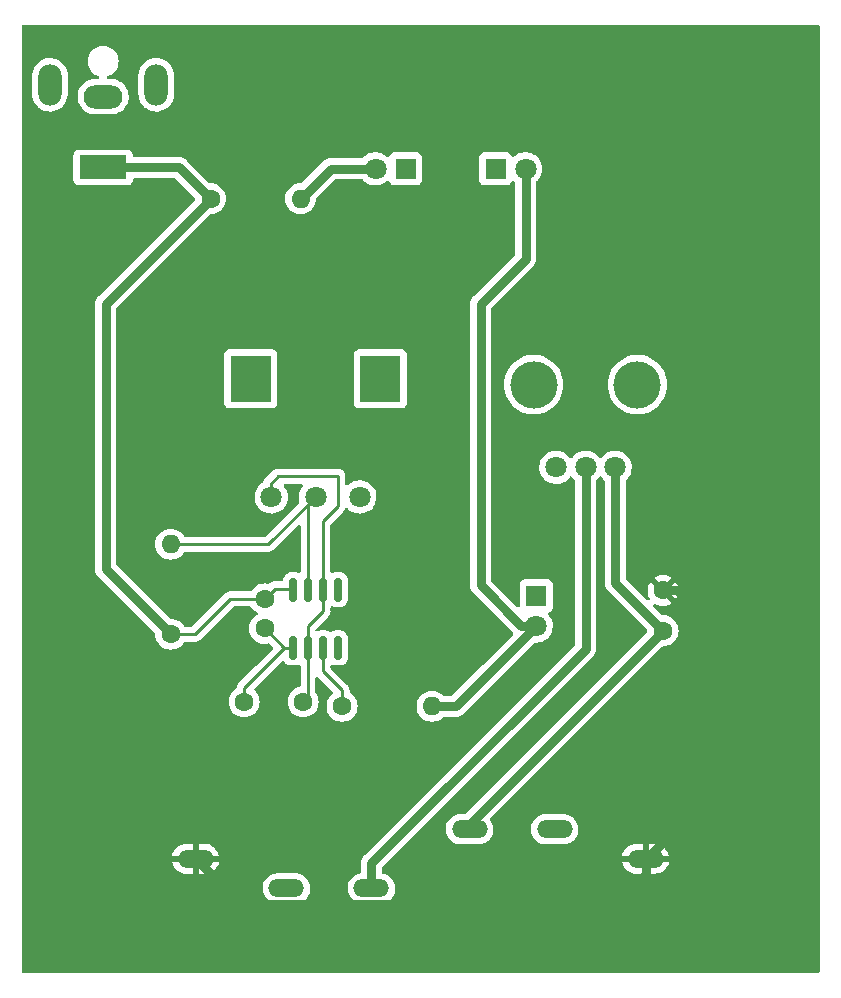
<source format=gbr>
%TF.GenerationSoftware,KiCad,Pcbnew,(6.0.0)*%
%TF.CreationDate,2022-01-15T15:10:36-08:00*%
%TF.ProjectId,Tremolo_V2,5472656d-6f6c-46f5-9f56-322e6b696361,rev?*%
%TF.SameCoordinates,Original*%
%TF.FileFunction,Copper,L1,Top*%
%TF.FilePolarity,Positive*%
%FSLAX46Y46*%
G04 Gerber Fmt 4.6, Leading zero omitted, Abs format (unit mm)*
G04 Created by KiCad (PCBNEW (6.0.0)) date 2022-01-15 15:10:36*
%MOMM*%
%LPD*%
G01*
G04 APERTURE LIST*
G04 Aperture macros list*
%AMRoundRect*
0 Rectangle with rounded corners*
0 $1 Rounding radius*
0 $2 $3 $4 $5 $6 $7 $8 $9 X,Y pos of 4 corners*
0 Add a 4 corners polygon primitive as box body*
4,1,4,$2,$3,$4,$5,$6,$7,$8,$9,$2,$3,0*
0 Add four circle primitives for the rounded corners*
1,1,$1+$1,$2,$3*
1,1,$1+$1,$4,$5*
1,1,$1+$1,$6,$7*
1,1,$1+$1,$8,$9*
0 Add four rect primitives between the rounded corners*
20,1,$1+$1,$2,$3,$4,$5,0*
20,1,$1+$1,$4,$5,$6,$7,0*
20,1,$1+$1,$6,$7,$8,$9,0*
20,1,$1+$1,$8,$9,$2,$3,0*%
G04 Aperture macros list end*
%TA.AperFunction,ComponentPad*%
%ADD10C,1.800000*%
%TD*%
%TA.AperFunction,WasherPad*%
%ADD11C,4.000000*%
%TD*%
%TA.AperFunction,WasherPad*%
%ADD12R,3.500000X4.000000*%
%TD*%
%TA.AperFunction,ComponentPad*%
%ADD13C,1.600000*%
%TD*%
%TA.AperFunction,ComponentPad*%
%ADD14O,1.600000X1.600000*%
%TD*%
%TA.AperFunction,SMDPad,CuDef*%
%ADD15RoundRect,0.150000X0.150000X-0.825000X0.150000X0.825000X-0.150000X0.825000X-0.150000X-0.825000X0*%
%TD*%
%TA.AperFunction,ComponentPad*%
%ADD16O,3.016000X1.508000*%
%TD*%
%TA.AperFunction,ComponentPad*%
%ADD17R,4.000000X2.000000*%
%TD*%
%TA.AperFunction,ComponentPad*%
%ADD18O,3.300000X2.000000*%
%TD*%
%TA.AperFunction,ComponentPad*%
%ADD19O,2.000000X3.500000*%
%TD*%
%TA.AperFunction,ComponentPad*%
%ADD20R,1.800000X1.800000*%
%TD*%
%TA.AperFunction,Conductor*%
%ADD21C,0.760000*%
%TD*%
%TA.AperFunction,Conductor*%
%ADD22C,0.250000*%
%TD*%
G04 APERTURE END LIST*
D10*
%TO.P,RV1,3,3*%
%TO.N,unconnected-(RV1-Pad3)*%
X157520000Y-86240000D03*
%TO.P,RV1,2,2*%
%TO.N,Net-(J2-PadT)*%
X160020000Y-86240000D03*
%TO.P,RV1,1,1*%
%TO.N,Net-(J3-PadT)*%
X162520000Y-86240000D03*
D11*
%TO.P,RV1,*%
%TO.N,*%
X155620000Y-79240000D03*
X164420000Y-79240000D03*
%TD*%
D12*
%TO.P,RV2,*%
%TO.N,*%
X131660000Y-78740000D03*
X142660000Y-78740000D03*
D10*
%TO.P,RV2,1,1*%
%TO.N,Net-(C1-Pad1)*%
X133410000Y-88740000D03*
%TO.P,RV2,2,2*%
%TO.N,Net-(R1-Pad2)*%
X137160000Y-88740000D03*
%TO.P,RV2,3,3*%
%TO.N,unconnected-(RV2-Pad3)*%
X140910000Y-88740000D03*
%TD*%
D13*
%TO.P,R3,1*%
%TO.N,+9V*%
X128270000Y-63500000D03*
D14*
%TO.P,R3,2*%
%TO.N,Net-(D2-Pad2)*%
X135890000Y-63500000D03*
%TD*%
D13*
%TO.P,R2,1*%
%TO.N,Net-(R2-Pad1)*%
X139407014Y-106466340D03*
D14*
%TO.P,R2,2*%
%TO.N,Net-(D1-Pad2)*%
X147027014Y-106466340D03*
%TD*%
D13*
%TO.P,R1,1*%
%TO.N,+9V*%
X124895691Y-100367869D03*
D14*
%TO.P,R1,2*%
%TO.N,Net-(R1-Pad2)*%
X124895691Y-92747869D03*
%TD*%
D15*
%TO.P,U2,1,GND*%
%TO.N,GND*%
X135255000Y-101535000D03*
%TO.P,U2,2,TR*%
%TO.N,Net-(C1-Pad1)*%
X136525000Y-101535000D03*
%TO.P,U2,3,Q*%
%TO.N,Net-(R2-Pad1)*%
X137795000Y-101535000D03*
%TO.P,U2,4,R*%
%TO.N,unconnected-(U2-Pad4)*%
X139065000Y-101535000D03*
%TO.P,U2,5,CV*%
%TO.N,unconnected-(U2-Pad5)*%
X139065000Y-96585000D03*
%TO.P,U2,6,THR*%
%TO.N,Net-(C1-Pad1)*%
X137795000Y-96585000D03*
%TO.P,U2,7,DIS*%
%TO.N,Net-(R1-Pad2)*%
X136525000Y-96585000D03*
%TO.P,U2,8,VCC*%
%TO.N,+9V*%
X135255000Y-96585000D03*
%TD*%
D13*
%TO.P,R4,1*%
%TO.N,Net-(J3-PadT)*%
X166583908Y-100060931D03*
%TO.P,R4,2*%
%TO.N,GND2*%
X166583908Y-96660931D03*
%TD*%
D16*
%TO.P,J3,4*%
%TO.N,N/C*%
X157400000Y-116880000D03*
%TO.P,J3,S*%
%TO.N,GND2*%
X165100000Y-119380000D03*
%TO.P,J3,T*%
%TO.N,Net-(J3-PadT)*%
X150200000Y-116880000D03*
%TD*%
%TO.P,J2,T*%
%TO.N,Net-(J2-PadT)*%
X141900000Y-121880000D03*
%TO.P,J2,S*%
%TO.N,GND2*%
X127000000Y-119380000D03*
%TO.P,J2,4*%
%TO.N,N/C*%
X134700000Y-121880000D03*
%TD*%
D17*
%TO.P,J1,1*%
%TO.N,+9V*%
X119178203Y-60852629D03*
D18*
%TO.P,J1,2*%
%TO.N,GND*%
X119178203Y-54852629D03*
D19*
%TO.P,J1,MP*%
%TO.N,N/C*%
X123678203Y-53852629D03*
X114678203Y-53852629D03*
%TD*%
D20*
%TO.P,D3,1,K*%
%TO.N,GND*%
X152400000Y-60960000D03*
D10*
%TO.P,D3,2,A*%
%TO.N,Net-(D1-Pad2)*%
X154940000Y-60960000D03*
%TD*%
D20*
%TO.P,D2,1,K*%
%TO.N,GND*%
X144780000Y-60960000D03*
D10*
%TO.P,D2,2,A*%
%TO.N,Net-(D2-Pad2)*%
X142240000Y-60960000D03*
%TD*%
D20*
%TO.P,D1,1,K*%
%TO.N,GND*%
X155843003Y-97130950D03*
D10*
%TO.P,D1,2,A*%
%TO.N,Net-(D1-Pad2)*%
X155843003Y-99670950D03*
%TD*%
D13*
%TO.P,C2,1*%
%TO.N,GND*%
X132851372Y-99874462D03*
%TO.P,C2,2*%
%TO.N,+9V*%
X132851372Y-97374462D03*
%TD*%
%TO.P,C1,1*%
%TO.N,Net-(C1-Pad1)*%
X136112827Y-106092435D03*
%TO.P,C1,2*%
%TO.N,GND*%
X131112827Y-106092435D03*
%TD*%
D21*
%TO.N,GND2*%
X168910000Y-115570000D02*
X165100000Y-119380000D01*
X168910000Y-97790000D02*
X168910000Y-115570000D01*
X167780931Y-96660931D02*
X168910000Y-97790000D01*
X166583908Y-96660931D02*
X167780931Y-96660931D01*
X165100000Y-120650000D02*
X165100000Y-119380000D01*
X162536480Y-123213520D02*
X165100000Y-120650000D01*
X130833520Y-123213520D02*
X162536480Y-123213520D01*
X127000000Y-119380000D02*
X130833520Y-123213520D01*
%TO.N,+9V*%
X125622629Y-60852629D02*
X128270000Y-63500000D01*
X119178203Y-60852629D02*
X125622629Y-60852629D01*
X119380000Y-94852178D02*
X124895691Y-100367869D01*
X128270000Y-63500000D02*
X119380000Y-72390000D01*
X119380000Y-72390000D02*
X119380000Y-94852178D01*
%TO.N,Net-(D2-Pad2)*%
X138430000Y-60960000D02*
X135890000Y-63500000D01*
X142240000Y-60960000D02*
X138430000Y-60960000D01*
%TO.N,Net-(D1-Pad2)*%
X154570211Y-99670950D02*
X155843003Y-99670950D01*
X154940000Y-68580000D02*
X151130000Y-72390000D01*
X154940000Y-60960000D02*
X154940000Y-68580000D01*
X151130000Y-72390000D02*
X151130000Y-96230739D01*
X151130000Y-96230739D02*
X154570211Y-99670950D01*
%TO.N,Net-(J3-PadT)*%
X162520000Y-95997023D02*
X162520000Y-86240000D01*
X166583908Y-100060931D02*
X162520000Y-95997023D01*
%TO.N,Net-(J2-PadT)*%
X160020000Y-101600000D02*
X160020000Y-86240000D01*
X141900000Y-119720000D02*
X160020000Y-101600000D01*
X141900000Y-121880000D02*
X141900000Y-119720000D01*
%TO.N,Net-(J3-PadT)*%
X150200000Y-116444839D02*
X166583908Y-100060931D01*
X150200000Y-116880000D02*
X150200000Y-116444839D01*
%TO.N,Net-(D1-Pad2)*%
X149047613Y-106466340D02*
X155843003Y-99670950D01*
X147027014Y-106466340D02*
X149047613Y-106466340D01*
D22*
%TO.N,GND*%
X131112827Y-104934083D02*
X131112827Y-106092435D01*
X134511910Y-101535000D02*
X131112827Y-104934083D01*
X134511910Y-101535000D02*
X132851372Y-99874462D01*
X135255000Y-101535000D02*
X134511910Y-101535000D01*
%TO.N,+9V*%
X126962131Y-100367869D02*
X124895691Y-100367869D01*
X129955538Y-97374462D02*
X126962131Y-100367869D01*
X132851372Y-97374462D02*
X129955538Y-97374462D01*
X135190000Y-96520000D02*
X135255000Y-96585000D01*
X132851372Y-97374462D02*
X133705834Y-96520000D01*
X133705834Y-96520000D02*
X135190000Y-96520000D01*
%TO.N,Net-(R1-Pad2)*%
X133152131Y-92747869D02*
X137160000Y-88740000D01*
X124895691Y-92747869D02*
X133152131Y-92747869D01*
X136525000Y-89375000D02*
X137160000Y-88740000D01*
X136525000Y-96585000D02*
X136525000Y-89375000D01*
%TO.N,Net-(C1-Pad1)*%
X133350000Y-88680000D02*
X133410000Y-88740000D01*
X133350000Y-87630000D02*
X133350000Y-88680000D01*
X139065000Y-86995000D02*
X133985000Y-86995000D01*
X139065000Y-89535000D02*
X139065000Y-86995000D01*
X133985000Y-86995000D02*
X133350000Y-87630000D01*
X137795000Y-96585000D02*
X137795000Y-90805000D01*
X137795000Y-90805000D02*
X139065000Y-89535000D01*
%TO.N,Net-(R2-Pad1)*%
X139407014Y-105117014D02*
X139407014Y-106466340D01*
X137795000Y-103505000D02*
X139407014Y-105117014D01*
X137795000Y-101535000D02*
X137795000Y-103505000D01*
%TO.N,Net-(C1-Pad1)*%
X136525000Y-105680262D02*
X136112827Y-106092435D01*
X136525000Y-101535000D02*
X136525000Y-105680262D01*
X137795000Y-98425000D02*
X137795000Y-96585000D01*
X136525000Y-99695000D02*
X137795000Y-98425000D01*
X136525000Y-101535000D02*
X136525000Y-99695000D01*
%TD*%
%TA.AperFunction,Conductor*%
%TO.N,GND2*%
G36*
X179774121Y-48788002D02*
G01*
X179820614Y-48841658D01*
X179832000Y-48894000D01*
X179832000Y-128906000D01*
X179811998Y-128974121D01*
X179758342Y-129020614D01*
X179706000Y-129032000D01*
X112394000Y-129032000D01*
X112325879Y-129011998D01*
X112279386Y-128958342D01*
X112268000Y-128906000D01*
X112268000Y-121919816D01*
X132679022Y-121919816D01*
X132706097Y-122143549D01*
X132772364Y-122358952D01*
X132875727Y-122559216D01*
X133012921Y-122738010D01*
X133017066Y-122741781D01*
X133017069Y-122741785D01*
X133128133Y-122842845D01*
X133179608Y-122889684D01*
X133184364Y-122892667D01*
X133184366Y-122892669D01*
X133365764Y-123006460D01*
X133365768Y-123006462D01*
X133370520Y-123009443D01*
X133579622Y-123093501D01*
X133800305Y-123139202D01*
X133804918Y-123139468D01*
X133855678Y-123142395D01*
X133855682Y-123142395D01*
X133857501Y-123142500D01*
X135511177Y-123142500D01*
X135513964Y-123142251D01*
X135513970Y-123142251D01*
X135583734Y-123136024D01*
X135678473Y-123127569D01*
X135895851Y-123068101D01*
X135900909Y-123065689D01*
X135900913Y-123065687D01*
X136025084Y-123006460D01*
X136099262Y-122971079D01*
X136282278Y-122839569D01*
X136347363Y-122772407D01*
X136435210Y-122681756D01*
X136435212Y-122681753D01*
X136439113Y-122677728D01*
X136515755Y-122563673D01*
X136561683Y-122495325D01*
X136561686Y-122495319D01*
X136564809Y-122490672D01*
X136655394Y-122284314D01*
X136708005Y-122065175D01*
X136716065Y-121925393D01*
X136716387Y-121919816D01*
X139879022Y-121919816D01*
X139906097Y-122143549D01*
X139972364Y-122358952D01*
X140075727Y-122559216D01*
X140212921Y-122738010D01*
X140217066Y-122741781D01*
X140217069Y-122741785D01*
X140328133Y-122842845D01*
X140379608Y-122889684D01*
X140384364Y-122892667D01*
X140384366Y-122892669D01*
X140565764Y-123006460D01*
X140565768Y-123006462D01*
X140570520Y-123009443D01*
X140779622Y-123093501D01*
X141000305Y-123139202D01*
X141004918Y-123139468D01*
X141055678Y-123142395D01*
X141055682Y-123142395D01*
X141057501Y-123142500D01*
X142711177Y-123142500D01*
X142713964Y-123142251D01*
X142713970Y-123142251D01*
X142783734Y-123136024D01*
X142878473Y-123127569D01*
X143095851Y-123068101D01*
X143100909Y-123065689D01*
X143100913Y-123065687D01*
X143225084Y-123006460D01*
X143299262Y-122971079D01*
X143482278Y-122839569D01*
X143547363Y-122772407D01*
X143635210Y-122681756D01*
X143635212Y-122681753D01*
X143639113Y-122677728D01*
X143715755Y-122563673D01*
X143761683Y-122495325D01*
X143761686Y-122495319D01*
X143764809Y-122490672D01*
X143855394Y-122284314D01*
X143908005Y-122065175D01*
X143916065Y-121925393D01*
X143920655Y-121845791D01*
X143920655Y-121845788D01*
X143920978Y-121840184D01*
X143893903Y-121616451D01*
X143827636Y-121401048D01*
X143724273Y-121200784D01*
X143587079Y-121021990D01*
X143582934Y-121018219D01*
X143582931Y-121018215D01*
X143424545Y-120874095D01*
X143420392Y-120870316D01*
X143415634Y-120867331D01*
X143234236Y-120753540D01*
X143234232Y-120753538D01*
X143229480Y-120750557D01*
X143020378Y-120666499D01*
X142888948Y-120639281D01*
X142826300Y-120605882D01*
X142791653Y-120543913D01*
X142788500Y-120515900D01*
X142788500Y-120140218D01*
X142808502Y-120072097D01*
X142825405Y-120051123D01*
X143228592Y-119647936D01*
X163108053Y-119647936D01*
X163108238Y-119648809D01*
X163171179Y-119853401D01*
X163175400Y-119863746D01*
X163273580Y-120053966D01*
X163279565Y-120063397D01*
X163409875Y-120233219D01*
X163417439Y-120241445D01*
X163575759Y-120385505D01*
X163584670Y-120392268D01*
X163765992Y-120506012D01*
X163775958Y-120511089D01*
X163974562Y-120590927D01*
X163985259Y-120594157D01*
X164195840Y-120637767D01*
X164204975Y-120638970D01*
X164255706Y-120641895D01*
X164259353Y-120642000D01*
X164827885Y-120642000D01*
X164843124Y-120637525D01*
X164844329Y-120636135D01*
X164846000Y-120628452D01*
X164846000Y-120623885D01*
X165354000Y-120623885D01*
X165358475Y-120639124D01*
X165359865Y-120640329D01*
X165367548Y-120642000D01*
X165908353Y-120642000D01*
X165913948Y-120641751D01*
X166072789Y-120627574D01*
X166083803Y-120625592D01*
X166290265Y-120569111D01*
X166300738Y-120565217D01*
X166493940Y-120473064D01*
X166503569Y-120467369D01*
X166677390Y-120342466D01*
X166685855Y-120335159D01*
X166834813Y-120181445D01*
X166841856Y-120172748D01*
X166961238Y-119995091D01*
X166966624Y-119985293D01*
X167052663Y-119789291D01*
X167056228Y-119778699D01*
X167086738Y-119651615D01*
X167086033Y-119637530D01*
X167077154Y-119634000D01*
X165372115Y-119634000D01*
X165356876Y-119638475D01*
X165355671Y-119639865D01*
X165354000Y-119647548D01*
X165354000Y-120623885D01*
X164846000Y-120623885D01*
X164846000Y-119652115D01*
X164841525Y-119636876D01*
X164840135Y-119635671D01*
X164832452Y-119634000D01*
X163123560Y-119634000D01*
X163109578Y-119638105D01*
X163108053Y-119647936D01*
X143228592Y-119647936D01*
X143768143Y-119108385D01*
X163113262Y-119108385D01*
X163113967Y-119122470D01*
X163122846Y-119126000D01*
X164827885Y-119126000D01*
X164843124Y-119121525D01*
X164844329Y-119120135D01*
X164846000Y-119112452D01*
X164846000Y-119107885D01*
X165354000Y-119107885D01*
X165358475Y-119123124D01*
X165359865Y-119124329D01*
X165367548Y-119126000D01*
X167076440Y-119126000D01*
X167090422Y-119121895D01*
X167091947Y-119112064D01*
X167091762Y-119111191D01*
X167028821Y-118906599D01*
X167024600Y-118896254D01*
X166926420Y-118706034D01*
X166920435Y-118696603D01*
X166790125Y-118526781D01*
X166782561Y-118518555D01*
X166624241Y-118374495D01*
X166615330Y-118367732D01*
X166434008Y-118253988D01*
X166424042Y-118248911D01*
X166225438Y-118169073D01*
X166214741Y-118165843D01*
X166004160Y-118122233D01*
X165995025Y-118121030D01*
X165944294Y-118118105D01*
X165940647Y-118118000D01*
X165372115Y-118118000D01*
X165356876Y-118122475D01*
X165355671Y-118123865D01*
X165354000Y-118131548D01*
X165354000Y-119107885D01*
X164846000Y-119107885D01*
X164846000Y-118136115D01*
X164841525Y-118120876D01*
X164840135Y-118119671D01*
X164832452Y-118118000D01*
X164291647Y-118118000D01*
X164286052Y-118118249D01*
X164127211Y-118132426D01*
X164116197Y-118134408D01*
X163909735Y-118190889D01*
X163899262Y-118194783D01*
X163706060Y-118286936D01*
X163696431Y-118292631D01*
X163522610Y-118417534D01*
X163514145Y-118424841D01*
X163365187Y-118578555D01*
X163358144Y-118587252D01*
X163238762Y-118764909D01*
X163233376Y-118774707D01*
X163147337Y-118970709D01*
X163143772Y-118981301D01*
X163113262Y-119108385D01*
X143768143Y-119108385D01*
X160591807Y-102284722D01*
X160606841Y-102271881D01*
X160612458Y-102267800D01*
X160617797Y-102263921D01*
X160662514Y-102214258D01*
X160667055Y-102209474D01*
X160681190Y-102195339D01*
X160683264Y-102192778D01*
X160683272Y-102192769D01*
X160693777Y-102179797D01*
X160698057Y-102174786D01*
X160738349Y-102130036D01*
X160738352Y-102130032D01*
X160742771Y-102125124D01*
X160746075Y-102119402D01*
X160749546Y-102113391D01*
X160760738Y-102097106D01*
X160765110Y-102091707D01*
X160765114Y-102091701D01*
X160769263Y-102086577D01*
X160799600Y-102027038D01*
X160802747Y-102021242D01*
X160804877Y-102017553D01*
X160836156Y-101963376D01*
X160838197Y-101957095D01*
X160838199Y-101957090D01*
X160840342Y-101950494D01*
X160847906Y-101932233D01*
X160851056Y-101926051D01*
X160851058Y-101926047D01*
X160854055Y-101920164D01*
X160855764Y-101913785D01*
X160855767Y-101913778D01*
X160871355Y-101855605D01*
X160873228Y-101849282D01*
X160891830Y-101792029D01*
X160891830Y-101792028D01*
X160893871Y-101785747D01*
X160895286Y-101772284D01*
X160898890Y-101752836D01*
X160900687Y-101746130D01*
X160902395Y-101739757D01*
X160905481Y-101680888D01*
X160905892Y-101673036D01*
X160906409Y-101666462D01*
X160908156Y-101649837D01*
X160908156Y-101649835D01*
X160908500Y-101646563D01*
X160908500Y-101626562D01*
X160908673Y-101619967D01*
X160911825Y-101559834D01*
X160911825Y-101559830D01*
X160912170Y-101553243D01*
X160910051Y-101539863D01*
X160908500Y-101520154D01*
X160908500Y-87395474D01*
X160928502Y-87327353D01*
X160945560Y-87306223D01*
X160946829Y-87304959D01*
X161096303Y-87156005D01*
X161165370Y-87059888D01*
X161221365Y-87016240D01*
X161292068Y-87009794D01*
X161355033Y-87042597D01*
X161375128Y-87067584D01*
X161376799Y-87070311D01*
X161376804Y-87070317D01*
X161379501Y-87074719D01*
X161531147Y-87249784D01*
X161535122Y-87253084D01*
X161535125Y-87253087D01*
X161585985Y-87295312D01*
X161625620Y-87354215D01*
X161631500Y-87392256D01*
X161631500Y-95917183D01*
X161629949Y-95936893D01*
X161627831Y-95950266D01*
X161628176Y-95956854D01*
X161628176Y-95956858D01*
X161631327Y-96016980D01*
X161631500Y-96023574D01*
X161631500Y-96043586D01*
X161631845Y-96046871D01*
X161631846Y-96046884D01*
X161633592Y-96063491D01*
X161634110Y-96070074D01*
X161637171Y-96128490D01*
X161637605Y-96136781D01*
X161641110Y-96149860D01*
X161644714Y-96169306D01*
X161646129Y-96182770D01*
X161666779Y-96246325D01*
X161668646Y-96252626D01*
X161685945Y-96317187D01*
X161688942Y-96323069D01*
X161692094Y-96329256D01*
X161699658Y-96347517D01*
X161701801Y-96354113D01*
X161701803Y-96354118D01*
X161703844Y-96360399D01*
X161728453Y-96403023D01*
X161737253Y-96418265D01*
X161740400Y-96424061D01*
X161747713Y-96438412D01*
X161770737Y-96483600D01*
X161778847Y-96493614D01*
X161779256Y-96494120D01*
X161790457Y-96510418D01*
X161793926Y-96516427D01*
X161793929Y-96516431D01*
X161797229Y-96522147D01*
X161801644Y-96527051D01*
X161801646Y-96527053D01*
X161841954Y-96571819D01*
X161846233Y-96576829D01*
X161858811Y-96592362D01*
X161872936Y-96606487D01*
X161877477Y-96611271D01*
X161917262Y-96655456D01*
X161922203Y-96660944D01*
X161933169Y-96668911D01*
X161948197Y-96681748D01*
X165233984Y-99967536D01*
X165268010Y-100029848D01*
X165270832Y-100056104D01*
X165270410Y-100060931D01*
X165270810Y-100065502D01*
X165250887Y-100133353D01*
X165233984Y-100154327D01*
X149807716Y-115580595D01*
X149745404Y-115614621D01*
X149718621Y-115617500D01*
X149388823Y-115617500D01*
X149386036Y-115617749D01*
X149386030Y-115617749D01*
X149316266Y-115623976D01*
X149221527Y-115632431D01*
X149004149Y-115691899D01*
X148999091Y-115694311D01*
X148999087Y-115694313D01*
X148902443Y-115740410D01*
X148800738Y-115788921D01*
X148617722Y-115920431D01*
X148613815Y-115924463D01*
X148522963Y-116018215D01*
X148460887Y-116082272D01*
X148457760Y-116086926D01*
X148338317Y-116264675D01*
X148338314Y-116264681D01*
X148335191Y-116269328D01*
X148244606Y-116475686D01*
X148191995Y-116694825D01*
X148191672Y-116700430D01*
X148183614Y-116840184D01*
X148179022Y-116919816D01*
X148206097Y-117143549D01*
X148272364Y-117358952D01*
X148375727Y-117559216D01*
X148512921Y-117738010D01*
X148517066Y-117741781D01*
X148517069Y-117741785D01*
X148628133Y-117842845D01*
X148679608Y-117889684D01*
X148684364Y-117892667D01*
X148684366Y-117892669D01*
X148865764Y-118006460D01*
X148865768Y-118006462D01*
X148870520Y-118009443D01*
X149079622Y-118093501D01*
X149300305Y-118139202D01*
X149304918Y-118139468D01*
X149355678Y-118142395D01*
X149355682Y-118142395D01*
X149357501Y-118142500D01*
X151011177Y-118142500D01*
X151013964Y-118142251D01*
X151013970Y-118142251D01*
X151083734Y-118136024D01*
X151178473Y-118127569D01*
X151395851Y-118068101D01*
X151400909Y-118065689D01*
X151400913Y-118065687D01*
X151525084Y-118006460D01*
X151599262Y-117971079D01*
X151782278Y-117839569D01*
X151847363Y-117772407D01*
X151935210Y-117681756D01*
X151935212Y-117681753D01*
X151939113Y-117677728D01*
X152015755Y-117563673D01*
X152061683Y-117495325D01*
X152061686Y-117495319D01*
X152064809Y-117490672D01*
X152155394Y-117284314D01*
X152208005Y-117065175D01*
X152216065Y-116925393D01*
X152216387Y-116919816D01*
X155379022Y-116919816D01*
X155406097Y-117143549D01*
X155472364Y-117358952D01*
X155575727Y-117559216D01*
X155712921Y-117738010D01*
X155717066Y-117741781D01*
X155717069Y-117741785D01*
X155828133Y-117842845D01*
X155879608Y-117889684D01*
X155884364Y-117892667D01*
X155884366Y-117892669D01*
X156065764Y-118006460D01*
X156065768Y-118006462D01*
X156070520Y-118009443D01*
X156279622Y-118093501D01*
X156500305Y-118139202D01*
X156504918Y-118139468D01*
X156555678Y-118142395D01*
X156555682Y-118142395D01*
X156557501Y-118142500D01*
X158211177Y-118142500D01*
X158213964Y-118142251D01*
X158213970Y-118142251D01*
X158283734Y-118136024D01*
X158378473Y-118127569D01*
X158595851Y-118068101D01*
X158600909Y-118065689D01*
X158600913Y-118065687D01*
X158725084Y-118006460D01*
X158799262Y-117971079D01*
X158982278Y-117839569D01*
X159047363Y-117772407D01*
X159135210Y-117681756D01*
X159135212Y-117681753D01*
X159139113Y-117677728D01*
X159215755Y-117563673D01*
X159261683Y-117495325D01*
X159261686Y-117495319D01*
X159264809Y-117490672D01*
X159355394Y-117284314D01*
X159408005Y-117065175D01*
X159416065Y-116925393D01*
X159420655Y-116845791D01*
X159420655Y-116845788D01*
X159420978Y-116840184D01*
X159393903Y-116616451D01*
X159327636Y-116401048D01*
X159224273Y-116200784D01*
X159087079Y-116021990D01*
X159082934Y-116018219D01*
X159082931Y-116018215D01*
X158924545Y-115874095D01*
X158920392Y-115870316D01*
X158915634Y-115867331D01*
X158734236Y-115753540D01*
X158734232Y-115753538D01*
X158729480Y-115750557D01*
X158520378Y-115666499D01*
X158299695Y-115620798D01*
X158295082Y-115620532D01*
X158244322Y-115617605D01*
X158244318Y-115617605D01*
X158242499Y-115617500D01*
X156588823Y-115617500D01*
X156586036Y-115617749D01*
X156586030Y-115617749D01*
X156516266Y-115623976D01*
X156421527Y-115632431D01*
X156204149Y-115691899D01*
X156199091Y-115694311D01*
X156199087Y-115694313D01*
X156102443Y-115740410D01*
X156000738Y-115788921D01*
X155817722Y-115920431D01*
X155813815Y-115924463D01*
X155722963Y-116018215D01*
X155660887Y-116082272D01*
X155657760Y-116086926D01*
X155538317Y-116264675D01*
X155538314Y-116264681D01*
X155535191Y-116269328D01*
X155444606Y-116475686D01*
X155391995Y-116694825D01*
X155391672Y-116700430D01*
X155383614Y-116840184D01*
X155379022Y-116919816D01*
X152216387Y-116919816D01*
X152220655Y-116845791D01*
X152220655Y-116845788D01*
X152220978Y-116840184D01*
X152193903Y-116616451D01*
X152127636Y-116401048D01*
X152024273Y-116200784D01*
X151951002Y-116105295D01*
X151925402Y-116039075D01*
X151939667Y-115969526D01*
X151961870Y-115939497D01*
X166490512Y-101410855D01*
X166552824Y-101376829D01*
X166579080Y-101374007D01*
X166583908Y-101374429D01*
X166811995Y-101354474D01*
X166817308Y-101353050D01*
X166817310Y-101353050D01*
X167027841Y-101296638D01*
X167027843Y-101296637D01*
X167033151Y-101295215D01*
X167134615Y-101247902D01*
X167235670Y-101200780D01*
X167235675Y-101200777D01*
X167240657Y-101198454D01*
X167372091Y-101106423D01*
X167423697Y-101070288D01*
X167423700Y-101070286D01*
X167428208Y-101067129D01*
X167590106Y-100905231D01*
X167604314Y-100884941D01*
X167701041Y-100746800D01*
X167721431Y-100717680D01*
X167723754Y-100712698D01*
X167723757Y-100712693D01*
X167815869Y-100515156D01*
X167815869Y-100515155D01*
X167818192Y-100510174D01*
X167869580Y-100318395D01*
X167876027Y-100294333D01*
X167876027Y-100294331D01*
X167877451Y-100289018D01*
X167897406Y-100060931D01*
X167877451Y-99832844D01*
X167833173Y-99667596D01*
X167819615Y-99616998D01*
X167819614Y-99616996D01*
X167818192Y-99611688D01*
X167815869Y-99606706D01*
X167723757Y-99409169D01*
X167723754Y-99409164D01*
X167721431Y-99404182D01*
X167633371Y-99278419D01*
X167593265Y-99221142D01*
X167593263Y-99221139D01*
X167590106Y-99216631D01*
X167428208Y-99054733D01*
X167423700Y-99051576D01*
X167423697Y-99051574D01*
X167248153Y-98928657D01*
X167240657Y-98923408D01*
X167235675Y-98921085D01*
X167235670Y-98921082D01*
X167038133Y-98828970D01*
X167038132Y-98828970D01*
X167033151Y-98826647D01*
X167027843Y-98825225D01*
X167027841Y-98825224D01*
X166817310Y-98768812D01*
X166817308Y-98768812D01*
X166811995Y-98767388D01*
X166583908Y-98747433D01*
X166579338Y-98747833D01*
X166511487Y-98727910D01*
X166490513Y-98711007D01*
X165775009Y-97995503D01*
X165740983Y-97933191D01*
X165746048Y-97862376D01*
X165788595Y-97805540D01*
X165855115Y-97780729D01*
X165927105Y-97797290D01*
X165932389Y-97800341D01*
X166129855Y-97892421D01*
X166140147Y-97896167D01*
X166350596Y-97952556D01*
X166361389Y-97954459D01*
X166578433Y-97973448D01*
X166589383Y-97973448D01*
X166806427Y-97954459D01*
X166817220Y-97952556D01*
X167027669Y-97896167D01*
X167037961Y-97892421D01*
X167235419Y-97800345D01*
X167244914Y-97794862D01*
X167296956Y-97758422D01*
X167305332Y-97747943D01*
X167298264Y-97734497D01*
X166225830Y-96662063D01*
X166948316Y-96662063D01*
X166948447Y-96663896D01*
X166952698Y-96670511D01*
X167658195Y-97376008D01*
X167669970Y-97382438D01*
X167681985Y-97373142D01*
X167717839Y-97321937D01*
X167723322Y-97312442D01*
X167815398Y-97114984D01*
X167819144Y-97104692D01*
X167875533Y-96894243D01*
X167877436Y-96883450D01*
X167896425Y-96666406D01*
X167896425Y-96655456D01*
X167877436Y-96438412D01*
X167875533Y-96427619D01*
X167819144Y-96217170D01*
X167815398Y-96206878D01*
X167723322Y-96009420D01*
X167717839Y-95999925D01*
X167681399Y-95947883D01*
X167670920Y-95939507D01*
X167657474Y-95946575D01*
X166955930Y-96648119D01*
X166948316Y-96662063D01*
X166225830Y-96662063D01*
X165509621Y-95945854D01*
X165497846Y-95939424D01*
X165485831Y-95948720D01*
X165449977Y-95999925D01*
X165444494Y-96009420D01*
X165352418Y-96206878D01*
X165348672Y-96217170D01*
X165292283Y-96427619D01*
X165290380Y-96438412D01*
X165271391Y-96655456D01*
X165271391Y-96666406D01*
X165290380Y-96883450D01*
X165292283Y-96894243D01*
X165348672Y-97104692D01*
X165352418Y-97114984D01*
X165444497Y-97312447D01*
X165447552Y-97317739D01*
X165464288Y-97386735D01*
X165441065Y-97453826D01*
X165385257Y-97497712D01*
X165314582Y-97504458D01*
X165249337Y-97469832D01*
X163445405Y-95665900D01*
X163411379Y-95603588D01*
X163408500Y-95576805D01*
X163408500Y-95573919D01*
X165862484Y-95573919D01*
X165869552Y-95587365D01*
X166571096Y-96288909D01*
X166585040Y-96296523D01*
X166586873Y-96296392D01*
X166593488Y-96292141D01*
X167298985Y-95586644D01*
X167305415Y-95574869D01*
X167296119Y-95562854D01*
X167244914Y-95527000D01*
X167235419Y-95521517D01*
X167037961Y-95429441D01*
X167027669Y-95425695D01*
X166817220Y-95369306D01*
X166806427Y-95367403D01*
X166589383Y-95348414D01*
X166578433Y-95348414D01*
X166361389Y-95367403D01*
X166350596Y-95369306D01*
X166140147Y-95425695D01*
X166129855Y-95429441D01*
X165932397Y-95521517D01*
X165922902Y-95527000D01*
X165870860Y-95563440D01*
X165862484Y-95573919D01*
X163408500Y-95573919D01*
X163408500Y-87395474D01*
X163428502Y-87327353D01*
X163445560Y-87306223D01*
X163446829Y-87304959D01*
X163596303Y-87156005D01*
X163731458Y-86967917D01*
X163745609Y-86939286D01*
X163831784Y-86764922D01*
X163831785Y-86764920D01*
X163834078Y-86760280D01*
X163901408Y-86538671D01*
X163931640Y-86309041D01*
X163933327Y-86240000D01*
X163927032Y-86163434D01*
X163914773Y-86014318D01*
X163914772Y-86014312D01*
X163914349Y-86009167D01*
X163857925Y-85784533D01*
X163855866Y-85779797D01*
X163767630Y-85576868D01*
X163767628Y-85576865D01*
X163765570Y-85572131D01*
X163639764Y-85377665D01*
X163483887Y-85206358D01*
X163479836Y-85203159D01*
X163479832Y-85203155D01*
X163306177Y-85066011D01*
X163306172Y-85066008D01*
X163302123Y-85062810D01*
X163297607Y-85060317D01*
X163297604Y-85060315D01*
X163103879Y-84953373D01*
X163103875Y-84953371D01*
X163099355Y-84950876D01*
X163094486Y-84949152D01*
X163094482Y-84949150D01*
X162885903Y-84875288D01*
X162885899Y-84875287D01*
X162881028Y-84873562D01*
X162875935Y-84872655D01*
X162875932Y-84872654D01*
X162658095Y-84833851D01*
X162658089Y-84833850D01*
X162653006Y-84832945D01*
X162580096Y-84832054D01*
X162426581Y-84830179D01*
X162426579Y-84830179D01*
X162421411Y-84830116D01*
X162192464Y-84865150D01*
X161972314Y-84937106D01*
X161967726Y-84939494D01*
X161967722Y-84939496D01*
X161941065Y-84953373D01*
X161766872Y-85044052D01*
X161762739Y-85047155D01*
X161762736Y-85047157D01*
X161737625Y-85066011D01*
X161581655Y-85183117D01*
X161421639Y-85350564D01*
X161374836Y-85419174D01*
X161319927Y-85464175D01*
X161249402Y-85472346D01*
X161185655Y-85441092D01*
X161164959Y-85416609D01*
X161142577Y-85382013D01*
X161142574Y-85382009D01*
X161139764Y-85377665D01*
X160983887Y-85206358D01*
X160979836Y-85203159D01*
X160979832Y-85203155D01*
X160806177Y-85066011D01*
X160806172Y-85066008D01*
X160802123Y-85062810D01*
X160797607Y-85060317D01*
X160797604Y-85060315D01*
X160603879Y-84953373D01*
X160603875Y-84953371D01*
X160599355Y-84950876D01*
X160594486Y-84949152D01*
X160594482Y-84949150D01*
X160385903Y-84875288D01*
X160385899Y-84875287D01*
X160381028Y-84873562D01*
X160375935Y-84872655D01*
X160375932Y-84872654D01*
X160158095Y-84833851D01*
X160158089Y-84833850D01*
X160153006Y-84832945D01*
X160080096Y-84832054D01*
X159926581Y-84830179D01*
X159926579Y-84830179D01*
X159921411Y-84830116D01*
X159692464Y-84865150D01*
X159472314Y-84937106D01*
X159467726Y-84939494D01*
X159467722Y-84939496D01*
X159441065Y-84953373D01*
X159266872Y-85044052D01*
X159262739Y-85047155D01*
X159262736Y-85047157D01*
X159237625Y-85066011D01*
X159081655Y-85183117D01*
X158921639Y-85350564D01*
X158874836Y-85419174D01*
X158819927Y-85464175D01*
X158749402Y-85472346D01*
X158685655Y-85441092D01*
X158664959Y-85416609D01*
X158642577Y-85382013D01*
X158642574Y-85382009D01*
X158639764Y-85377665D01*
X158483887Y-85206358D01*
X158479836Y-85203159D01*
X158479832Y-85203155D01*
X158306177Y-85066011D01*
X158306172Y-85066008D01*
X158302123Y-85062810D01*
X158297607Y-85060317D01*
X158297604Y-85060315D01*
X158103879Y-84953373D01*
X158103875Y-84953371D01*
X158099355Y-84950876D01*
X158094486Y-84949152D01*
X158094482Y-84949150D01*
X157885903Y-84875288D01*
X157885899Y-84875287D01*
X157881028Y-84873562D01*
X157875935Y-84872655D01*
X157875932Y-84872654D01*
X157658095Y-84833851D01*
X157658089Y-84833850D01*
X157653006Y-84832945D01*
X157580096Y-84832054D01*
X157426581Y-84830179D01*
X157426579Y-84830179D01*
X157421411Y-84830116D01*
X157192464Y-84865150D01*
X156972314Y-84937106D01*
X156967726Y-84939494D01*
X156967722Y-84939496D01*
X156941065Y-84953373D01*
X156766872Y-85044052D01*
X156762739Y-85047155D01*
X156762736Y-85047157D01*
X156737625Y-85066011D01*
X156581655Y-85183117D01*
X156421639Y-85350564D01*
X156418730Y-85354829D01*
X156418724Y-85354837D01*
X156403152Y-85377665D01*
X156291119Y-85541899D01*
X156193602Y-85751981D01*
X156131707Y-85975169D01*
X156107095Y-86205469D01*
X156107392Y-86210622D01*
X156107392Y-86210625D01*
X156118701Y-86406770D01*
X156120427Y-86436697D01*
X156121564Y-86441743D01*
X156121565Y-86441749D01*
X156147740Y-86557893D01*
X156171346Y-86662642D01*
X156173288Y-86667424D01*
X156173289Y-86667428D01*
X156256540Y-86872450D01*
X156258484Y-86877237D01*
X156379501Y-87074719D01*
X156531147Y-87249784D01*
X156669164Y-87364368D01*
X156702756Y-87392256D01*
X156709349Y-87397730D01*
X156909322Y-87514584D01*
X156914147Y-87516426D01*
X156914148Y-87516427D01*
X156964595Y-87535691D01*
X157125694Y-87597209D01*
X157130760Y-87598240D01*
X157130761Y-87598240D01*
X157183846Y-87609040D01*
X157352656Y-87643385D01*
X157483324Y-87648176D01*
X157578949Y-87651683D01*
X157578953Y-87651683D01*
X157584113Y-87651872D01*
X157589233Y-87651216D01*
X157589235Y-87651216D01*
X157662270Y-87641860D01*
X157813847Y-87622442D01*
X157818795Y-87620957D01*
X157818802Y-87620956D01*
X158030747Y-87557369D01*
X158035690Y-87555886D01*
X158040324Y-87553616D01*
X158239049Y-87456262D01*
X158239052Y-87456260D01*
X158243684Y-87453991D01*
X158432243Y-87319494D01*
X158596303Y-87156005D01*
X158665370Y-87059888D01*
X158721365Y-87016240D01*
X158792068Y-87009794D01*
X158855033Y-87042597D01*
X158875128Y-87067584D01*
X158876799Y-87070311D01*
X158876804Y-87070317D01*
X158879501Y-87074719D01*
X159031147Y-87249784D01*
X159035122Y-87253084D01*
X159035125Y-87253087D01*
X159085985Y-87295312D01*
X159125620Y-87354215D01*
X159131500Y-87392256D01*
X159131500Y-101179781D01*
X159111498Y-101247902D01*
X159094595Y-101268876D01*
X141328197Y-119035275D01*
X141313169Y-119048112D01*
X141302203Y-119056079D01*
X141297790Y-119060981D01*
X141297788Y-119060982D01*
X141257477Y-119105752D01*
X141252936Y-119110536D01*
X141238811Y-119124661D01*
X141226238Y-119140188D01*
X141221954Y-119145204D01*
X141177229Y-119194876D01*
X141173929Y-119200592D01*
X141173926Y-119200596D01*
X141170457Y-119206605D01*
X141159256Y-119222903D01*
X141150737Y-119233423D01*
X141147742Y-119239301D01*
X141147740Y-119239304D01*
X141120400Y-119292962D01*
X141117253Y-119298758D01*
X141083844Y-119356624D01*
X141081803Y-119362905D01*
X141081801Y-119362910D01*
X141079658Y-119369506D01*
X141072094Y-119387767D01*
X141065945Y-119399836D01*
X141064238Y-119406208D01*
X141048648Y-119464390D01*
X141046779Y-119470698D01*
X141026129Y-119534253D01*
X141025439Y-119540818D01*
X141024714Y-119547716D01*
X141021111Y-119567157D01*
X141017605Y-119580242D01*
X141017260Y-119586831D01*
X141017259Y-119586836D01*
X141014110Y-119646949D01*
X141013592Y-119653532D01*
X141011846Y-119670139D01*
X141011845Y-119670152D01*
X141011500Y-119673437D01*
X141011500Y-119693449D01*
X141011327Y-119700043D01*
X141007831Y-119766757D01*
X141008863Y-119773273D01*
X141009949Y-119780129D01*
X141011500Y-119799840D01*
X141011500Y-120511657D01*
X140991498Y-120579778D01*
X140937842Y-120626271D01*
X140918748Y-120633191D01*
X140821009Y-120659930D01*
X140704149Y-120691899D01*
X140699091Y-120694311D01*
X140699087Y-120694313D01*
X140602443Y-120740410D01*
X140500738Y-120788921D01*
X140317722Y-120920431D01*
X140313815Y-120924463D01*
X140222963Y-121018215D01*
X140160887Y-121082272D01*
X140157760Y-121086926D01*
X140038317Y-121264675D01*
X140038314Y-121264681D01*
X140035191Y-121269328D01*
X139944606Y-121475686D01*
X139891995Y-121694825D01*
X139891672Y-121700430D01*
X139883614Y-121840184D01*
X139879022Y-121919816D01*
X136716387Y-121919816D01*
X136720655Y-121845791D01*
X136720655Y-121845788D01*
X136720978Y-121840184D01*
X136693903Y-121616451D01*
X136627636Y-121401048D01*
X136524273Y-121200784D01*
X136387079Y-121021990D01*
X136382934Y-121018219D01*
X136382931Y-121018215D01*
X136224545Y-120874095D01*
X136220392Y-120870316D01*
X136215634Y-120867331D01*
X136034236Y-120753540D01*
X136034232Y-120753538D01*
X136029480Y-120750557D01*
X135820378Y-120666499D01*
X135599695Y-120620798D01*
X135588492Y-120620152D01*
X135544322Y-120617605D01*
X135544318Y-120617605D01*
X135542499Y-120617500D01*
X133888823Y-120617500D01*
X133886036Y-120617749D01*
X133886030Y-120617749D01*
X133817282Y-120623885D01*
X133721527Y-120632431D01*
X133504149Y-120691899D01*
X133499091Y-120694311D01*
X133499087Y-120694313D01*
X133402443Y-120740410D01*
X133300738Y-120788921D01*
X133117722Y-120920431D01*
X133113815Y-120924463D01*
X133022963Y-121018215D01*
X132960887Y-121082272D01*
X132957760Y-121086926D01*
X132838317Y-121264675D01*
X132838314Y-121264681D01*
X132835191Y-121269328D01*
X132744606Y-121475686D01*
X132691995Y-121694825D01*
X132691672Y-121700430D01*
X132683614Y-121840184D01*
X132679022Y-121919816D01*
X112268000Y-121919816D01*
X112268000Y-119647936D01*
X125008053Y-119647936D01*
X125008238Y-119648809D01*
X125071179Y-119853401D01*
X125075400Y-119863746D01*
X125173580Y-120053966D01*
X125179565Y-120063397D01*
X125309875Y-120233219D01*
X125317439Y-120241445D01*
X125475759Y-120385505D01*
X125484670Y-120392268D01*
X125665992Y-120506012D01*
X125675958Y-120511089D01*
X125874562Y-120590927D01*
X125885259Y-120594157D01*
X126095840Y-120637767D01*
X126104975Y-120638970D01*
X126155706Y-120641895D01*
X126159353Y-120642000D01*
X126727885Y-120642000D01*
X126743124Y-120637525D01*
X126744329Y-120636135D01*
X126746000Y-120628452D01*
X126746000Y-120623885D01*
X127254000Y-120623885D01*
X127258475Y-120639124D01*
X127259865Y-120640329D01*
X127267548Y-120642000D01*
X127808353Y-120642000D01*
X127813948Y-120641751D01*
X127972789Y-120627574D01*
X127983803Y-120625592D01*
X128190265Y-120569111D01*
X128200738Y-120565217D01*
X128393940Y-120473064D01*
X128403569Y-120467369D01*
X128577390Y-120342466D01*
X128585855Y-120335159D01*
X128734813Y-120181445D01*
X128741856Y-120172748D01*
X128861238Y-119995091D01*
X128866624Y-119985293D01*
X128952663Y-119789291D01*
X128956228Y-119778699D01*
X128986738Y-119651615D01*
X128986033Y-119637530D01*
X128977154Y-119634000D01*
X127272115Y-119634000D01*
X127256876Y-119638475D01*
X127255671Y-119639865D01*
X127254000Y-119647548D01*
X127254000Y-120623885D01*
X126746000Y-120623885D01*
X126746000Y-119652115D01*
X126741525Y-119636876D01*
X126740135Y-119635671D01*
X126732452Y-119634000D01*
X125023560Y-119634000D01*
X125009578Y-119638105D01*
X125008053Y-119647936D01*
X112268000Y-119647936D01*
X112268000Y-119108385D01*
X125013262Y-119108385D01*
X125013967Y-119122470D01*
X125022846Y-119126000D01*
X126727885Y-119126000D01*
X126743124Y-119121525D01*
X126744329Y-119120135D01*
X126746000Y-119112452D01*
X126746000Y-119107885D01*
X127254000Y-119107885D01*
X127258475Y-119123124D01*
X127259865Y-119124329D01*
X127267548Y-119126000D01*
X128976440Y-119126000D01*
X128990422Y-119121895D01*
X128991947Y-119112064D01*
X128991762Y-119111191D01*
X128928821Y-118906599D01*
X128924600Y-118896254D01*
X128826420Y-118706034D01*
X128820435Y-118696603D01*
X128690125Y-118526781D01*
X128682561Y-118518555D01*
X128524241Y-118374495D01*
X128515330Y-118367732D01*
X128334008Y-118253988D01*
X128324042Y-118248911D01*
X128125438Y-118169073D01*
X128114741Y-118165843D01*
X127904160Y-118122233D01*
X127895025Y-118121030D01*
X127844294Y-118118105D01*
X127840647Y-118118000D01*
X127272115Y-118118000D01*
X127256876Y-118122475D01*
X127255671Y-118123865D01*
X127254000Y-118131548D01*
X127254000Y-119107885D01*
X126746000Y-119107885D01*
X126746000Y-118136115D01*
X126741525Y-118120876D01*
X126740135Y-118119671D01*
X126732452Y-118118000D01*
X126191647Y-118118000D01*
X126186052Y-118118249D01*
X126027211Y-118132426D01*
X126016197Y-118134408D01*
X125809735Y-118190889D01*
X125799262Y-118194783D01*
X125606060Y-118286936D01*
X125596431Y-118292631D01*
X125422610Y-118417534D01*
X125414145Y-118424841D01*
X125265187Y-118578555D01*
X125258144Y-118587252D01*
X125138762Y-118764909D01*
X125133376Y-118774707D01*
X125047337Y-118970709D01*
X125043772Y-118981301D01*
X125013262Y-119108385D01*
X112268000Y-119108385D01*
X112268000Y-61900763D01*
X116669703Y-61900763D01*
X116676458Y-61962945D01*
X116727588Y-62099334D01*
X116814942Y-62215890D01*
X116931498Y-62303244D01*
X117067887Y-62354374D01*
X117130069Y-62361129D01*
X121226337Y-62361129D01*
X121288519Y-62354374D01*
X121424908Y-62303244D01*
X121541464Y-62215890D01*
X121628818Y-62099334D01*
X121679948Y-61962945D01*
X121686703Y-61900763D01*
X121686703Y-61867129D01*
X121706705Y-61799008D01*
X121760361Y-61752515D01*
X121812703Y-61741129D01*
X125202411Y-61741129D01*
X125270532Y-61761131D01*
X125291506Y-61778034D01*
X126920076Y-63406604D01*
X126954102Y-63468916D01*
X126956924Y-63495172D01*
X126956502Y-63500000D01*
X126956902Y-63504570D01*
X126936979Y-63572421D01*
X126920076Y-63593395D01*
X118808197Y-71705275D01*
X118793169Y-71718112D01*
X118782203Y-71726079D01*
X118777790Y-71730981D01*
X118777788Y-71730982D01*
X118737477Y-71775752D01*
X118732936Y-71780536D01*
X118718811Y-71794661D01*
X118706238Y-71810188D01*
X118701954Y-71815204D01*
X118657229Y-71864876D01*
X118653929Y-71870592D01*
X118653926Y-71870596D01*
X118650457Y-71876605D01*
X118639256Y-71892903D01*
X118630737Y-71903423D01*
X118627742Y-71909301D01*
X118627740Y-71909304D01*
X118600400Y-71962962D01*
X118597253Y-71968758D01*
X118563844Y-72026624D01*
X118561803Y-72032905D01*
X118561801Y-72032910D01*
X118559658Y-72039506D01*
X118552094Y-72057767D01*
X118545945Y-72069836D01*
X118544238Y-72076208D01*
X118528648Y-72134390D01*
X118526779Y-72140698D01*
X118506129Y-72204253D01*
X118505439Y-72210818D01*
X118504714Y-72217716D01*
X118501111Y-72237157D01*
X118497605Y-72250242D01*
X118497260Y-72256831D01*
X118497259Y-72256836D01*
X118494110Y-72316949D01*
X118493592Y-72323532D01*
X118491846Y-72340139D01*
X118491845Y-72340152D01*
X118491500Y-72343437D01*
X118491500Y-72363449D01*
X118491327Y-72370043D01*
X118487831Y-72436757D01*
X118488863Y-72443273D01*
X118489949Y-72450129D01*
X118491500Y-72469840D01*
X118491500Y-94772338D01*
X118489949Y-94792048D01*
X118487831Y-94805421D01*
X118488176Y-94812009D01*
X118488176Y-94812013D01*
X118491327Y-94872135D01*
X118491500Y-94878729D01*
X118491500Y-94898741D01*
X118491845Y-94902026D01*
X118491846Y-94902039D01*
X118493592Y-94918646D01*
X118494109Y-94925218D01*
X118497605Y-94991936D01*
X118501110Y-95005015D01*
X118504714Y-95024461D01*
X118506129Y-95037925D01*
X118526779Y-95101480D01*
X118528646Y-95107781D01*
X118545945Y-95172342D01*
X118548942Y-95178224D01*
X118552094Y-95184411D01*
X118559658Y-95202672D01*
X118561801Y-95209268D01*
X118561803Y-95209273D01*
X118563844Y-95215554D01*
X118595123Y-95269731D01*
X118597253Y-95273420D01*
X118600400Y-95279216D01*
X118617227Y-95312240D01*
X118630737Y-95338755D01*
X118637887Y-95347584D01*
X118639256Y-95349275D01*
X118650457Y-95365573D01*
X118653926Y-95371582D01*
X118653929Y-95371586D01*
X118657229Y-95377302D01*
X118661644Y-95382206D01*
X118661646Y-95382208D01*
X118701954Y-95426974D01*
X118706233Y-95431984D01*
X118718811Y-95447517D01*
X118732936Y-95461642D01*
X118737477Y-95466426D01*
X118782203Y-95516099D01*
X118793169Y-95524066D01*
X118808197Y-95536903D01*
X123545767Y-100274473D01*
X123579793Y-100336785D01*
X123582615Y-100363041D01*
X123582193Y-100367869D01*
X123602148Y-100595956D01*
X123603572Y-100601269D01*
X123603572Y-100601271D01*
X123656625Y-100799264D01*
X123661407Y-100817112D01*
X123663730Y-100822093D01*
X123663730Y-100822094D01*
X123755842Y-101019631D01*
X123755845Y-101019636D01*
X123758168Y-101024618D01*
X123785206Y-101063232D01*
X123879890Y-101198454D01*
X123889493Y-101212169D01*
X124051391Y-101374067D01*
X124055899Y-101377224D01*
X124055902Y-101377226D01*
X124134080Y-101431967D01*
X124238942Y-101505392D01*
X124243924Y-101507715D01*
X124243929Y-101507718D01*
X124441466Y-101599830D01*
X124446448Y-101602153D01*
X124451756Y-101603575D01*
X124451758Y-101603576D01*
X124662289Y-101659988D01*
X124662291Y-101659988D01*
X124667604Y-101661412D01*
X124895691Y-101681367D01*
X125123778Y-101661412D01*
X125129091Y-101659988D01*
X125129093Y-101659988D01*
X125339624Y-101603576D01*
X125339626Y-101603575D01*
X125344934Y-101602153D01*
X125349916Y-101599830D01*
X125547453Y-101507718D01*
X125547458Y-101507715D01*
X125552440Y-101505392D01*
X125657302Y-101431967D01*
X125735480Y-101377226D01*
X125735483Y-101377224D01*
X125739991Y-101374067D01*
X125901889Y-101212169D01*
X125909864Y-101200780D01*
X126011872Y-101055098D01*
X126067329Y-101010770D01*
X126115085Y-101001369D01*
X126883364Y-101001369D01*
X126894547Y-101001896D01*
X126902040Y-101003571D01*
X126909966Y-101003322D01*
X126909967Y-101003322D01*
X126970117Y-101001431D01*
X126974076Y-101001369D01*
X127001987Y-101001369D01*
X127005922Y-101000872D01*
X127005987Y-101000864D01*
X127017824Y-100999931D01*
X127050082Y-100998917D01*
X127054101Y-100998791D01*
X127062020Y-100998542D01*
X127081474Y-100992890D01*
X127100831Y-100988882D01*
X127113061Y-100987337D01*
X127113062Y-100987337D01*
X127120928Y-100986343D01*
X127128299Y-100983424D01*
X127128301Y-100983424D01*
X127162043Y-100970065D01*
X127173273Y-100966220D01*
X127208114Y-100956098D01*
X127208115Y-100956098D01*
X127215724Y-100953887D01*
X127222543Y-100949854D01*
X127222548Y-100949852D01*
X127233159Y-100943576D01*
X127250907Y-100934881D01*
X127269748Y-100927421D01*
X127305518Y-100901433D01*
X127315438Y-100894917D01*
X127346666Y-100876449D01*
X127346669Y-100876447D01*
X127353493Y-100872411D01*
X127367814Y-100858090D01*
X127382848Y-100845249D01*
X127392825Y-100838000D01*
X127399238Y-100833341D01*
X127427429Y-100799264D01*
X127435419Y-100790485D01*
X130181038Y-98044867D01*
X130243350Y-98010841D01*
X130270133Y-98007962D01*
X131631978Y-98007962D01*
X131700099Y-98027964D01*
X131735191Y-98061691D01*
X131842015Y-98214251D01*
X131845174Y-98218762D01*
X132007072Y-98380660D01*
X132011580Y-98383817D01*
X132011583Y-98383819D01*
X132036176Y-98401039D01*
X132194623Y-98511985D01*
X132199605Y-98514308D01*
X132201399Y-98515344D01*
X132250391Y-98566728D01*
X132263826Y-98636441D01*
X132237438Y-98702352D01*
X132201399Y-98733580D01*
X132199605Y-98734616D01*
X132194623Y-98736939D01*
X132149104Y-98768812D01*
X132011583Y-98865105D01*
X132011580Y-98865107D01*
X132007072Y-98868264D01*
X131845174Y-99030162D01*
X131842017Y-99034670D01*
X131842015Y-99034673D01*
X131814585Y-99073847D01*
X131713849Y-99217713D01*
X131711526Y-99222695D01*
X131711523Y-99222700D01*
X131624572Y-99409169D01*
X131617088Y-99425219D01*
X131615666Y-99430527D01*
X131615665Y-99430529D01*
X131564119Y-99622899D01*
X131557829Y-99646375D01*
X131537874Y-99874462D01*
X131557829Y-100102549D01*
X131559252Y-100107860D01*
X131559253Y-100107864D01*
X131614885Y-100315482D01*
X131617088Y-100323705D01*
X131619411Y-100328686D01*
X131619411Y-100328687D01*
X131711523Y-100526224D01*
X131711526Y-100526229D01*
X131713849Y-100531211D01*
X131845174Y-100718762D01*
X132007072Y-100880660D01*
X132011580Y-100883817D01*
X132011583Y-100883819D01*
X132042163Y-100905231D01*
X132194623Y-101011985D01*
X132199605Y-101014308D01*
X132199610Y-101014311D01*
X132346129Y-101082633D01*
X132402129Y-101108746D01*
X132407437Y-101110168D01*
X132407439Y-101110169D01*
X132617970Y-101166581D01*
X132617972Y-101166581D01*
X132623285Y-101168005D01*
X132851372Y-101187960D01*
X133079459Y-101168005D01*
X133084770Y-101166582D01*
X133084781Y-101166580D01*
X133142913Y-101151003D01*
X133213889Y-101152692D01*
X133264620Y-101183614D01*
X133526911Y-101445905D01*
X133560937Y-101508217D01*
X133555872Y-101579032D01*
X133526911Y-101624095D01*
X132092781Y-103058224D01*
X130720574Y-104430431D01*
X130712288Y-104437971D01*
X130705809Y-104442083D01*
X130700384Y-104447860D01*
X130659184Y-104491734D01*
X130656429Y-104494576D01*
X130636692Y-104514313D01*
X130634212Y-104517510D01*
X130626509Y-104526530D01*
X130596241Y-104558762D01*
X130592422Y-104565708D01*
X130592420Y-104565711D01*
X130586479Y-104576517D01*
X130575628Y-104593036D01*
X130563213Y-104609042D01*
X130560068Y-104616311D01*
X130560065Y-104616315D01*
X130545653Y-104649620D01*
X130540436Y-104660270D01*
X130519132Y-104699023D01*
X130517161Y-104706698D01*
X130517161Y-104706699D01*
X130514094Y-104718645D01*
X130507690Y-104737349D01*
X130499646Y-104755938D01*
X130498407Y-104763761D01*
X130498404Y-104763771D01*
X130492728Y-104799607D01*
X130490322Y-104811227D01*
X130481398Y-104845986D01*
X130479327Y-104854053D01*
X130479327Y-104873041D01*
X130459325Y-104941162D01*
X130425598Y-104976254D01*
X130273038Y-105083078D01*
X130273035Y-105083080D01*
X130268527Y-105086237D01*
X130106629Y-105248135D01*
X130103472Y-105252643D01*
X130103470Y-105252646D01*
X130067154Y-105304511D01*
X129975304Y-105435686D01*
X129972981Y-105440668D01*
X129972978Y-105440673D01*
X129926226Y-105540935D01*
X129878543Y-105643192D01*
X129819284Y-105864348D01*
X129799329Y-106092435D01*
X129819284Y-106320522D01*
X129878543Y-106541678D01*
X129880866Y-106546659D01*
X129880866Y-106546660D01*
X129972978Y-106744197D01*
X129972981Y-106744202D01*
X129975304Y-106749184D01*
X129978461Y-106753692D01*
X130095307Y-106920565D01*
X130106629Y-106936735D01*
X130268527Y-107098633D01*
X130273035Y-107101790D01*
X130273038Y-107101792D01*
X130333869Y-107144386D01*
X130456078Y-107229958D01*
X130461060Y-107232281D01*
X130461065Y-107232284D01*
X130648244Y-107319566D01*
X130663584Y-107326719D01*
X130668892Y-107328141D01*
X130668894Y-107328142D01*
X130879425Y-107384554D01*
X130879427Y-107384554D01*
X130884740Y-107385978D01*
X131112827Y-107405933D01*
X131340914Y-107385978D01*
X131346227Y-107384554D01*
X131346229Y-107384554D01*
X131556760Y-107328142D01*
X131556762Y-107328141D01*
X131562070Y-107326719D01*
X131577410Y-107319566D01*
X131764589Y-107232284D01*
X131764594Y-107232281D01*
X131769576Y-107229958D01*
X131891785Y-107144386D01*
X131952616Y-107101792D01*
X131952619Y-107101790D01*
X131957127Y-107098633D01*
X132119025Y-106936735D01*
X132130348Y-106920565D01*
X132247193Y-106753692D01*
X132250350Y-106749184D01*
X132252673Y-106744202D01*
X132252676Y-106744197D01*
X132344788Y-106546660D01*
X132344788Y-106546659D01*
X132347111Y-106541678D01*
X132406370Y-106320522D01*
X132426325Y-106092435D01*
X132406370Y-105864348D01*
X132347111Y-105643192D01*
X132299428Y-105540935D01*
X132252676Y-105440673D01*
X132252673Y-105440668D01*
X132250350Y-105435686D01*
X132158500Y-105304511D01*
X132122184Y-105252646D01*
X132122182Y-105252643D01*
X132119025Y-105248135D01*
X131995947Y-105125057D01*
X131961921Y-105062745D01*
X131966986Y-104991930D01*
X131995947Y-104946867D01*
X134315350Y-102627464D01*
X134377662Y-102593438D01*
X134448477Y-102598503D01*
X134505313Y-102641050D01*
X134512898Y-102652418D01*
X134580547Y-102766807D01*
X134698193Y-102884453D01*
X134705017Y-102888489D01*
X134705020Y-102888491D01*
X134779116Y-102932311D01*
X134841399Y-102969145D01*
X134849010Y-102971356D01*
X134849012Y-102971357D01*
X134901231Y-102986528D01*
X135001169Y-103015562D01*
X135007574Y-103016066D01*
X135007579Y-103016067D01*
X135036042Y-103018307D01*
X135036050Y-103018307D01*
X135038498Y-103018500D01*
X135471502Y-103018500D01*
X135473950Y-103018307D01*
X135473958Y-103018307D01*
X135502421Y-103016067D01*
X135502426Y-103016066D01*
X135508831Y-103015562D01*
X135608769Y-102986528D01*
X135660988Y-102971357D01*
X135660990Y-102971356D01*
X135668601Y-102969145D01*
X135701363Y-102949769D01*
X135770178Y-102932311D01*
X135837509Y-102954828D01*
X135881978Y-103010173D01*
X135891500Y-103058224D01*
X135891500Y-104700397D01*
X135871498Y-104768518D01*
X135817842Y-104815011D01*
X135798112Y-104822104D01*
X135693587Y-104850112D01*
X135663584Y-104858151D01*
X135658603Y-104860474D01*
X135658602Y-104860474D01*
X135461065Y-104952586D01*
X135461060Y-104952589D01*
X135456078Y-104954912D01*
X135378094Y-105009517D01*
X135273038Y-105083078D01*
X135273035Y-105083080D01*
X135268527Y-105086237D01*
X135106629Y-105248135D01*
X135103472Y-105252643D01*
X135103470Y-105252646D01*
X135067154Y-105304511D01*
X134975304Y-105435686D01*
X134972981Y-105440668D01*
X134972978Y-105440673D01*
X134926226Y-105540935D01*
X134878543Y-105643192D01*
X134819284Y-105864348D01*
X134799329Y-106092435D01*
X134819284Y-106320522D01*
X134878543Y-106541678D01*
X134880866Y-106546659D01*
X134880866Y-106546660D01*
X134972978Y-106744197D01*
X134972981Y-106744202D01*
X134975304Y-106749184D01*
X134978461Y-106753692D01*
X135095307Y-106920565D01*
X135106629Y-106936735D01*
X135268527Y-107098633D01*
X135273035Y-107101790D01*
X135273038Y-107101792D01*
X135333869Y-107144386D01*
X135456078Y-107229958D01*
X135461060Y-107232281D01*
X135461065Y-107232284D01*
X135648244Y-107319566D01*
X135663584Y-107326719D01*
X135668892Y-107328141D01*
X135668894Y-107328142D01*
X135879425Y-107384554D01*
X135879427Y-107384554D01*
X135884740Y-107385978D01*
X136112827Y-107405933D01*
X136340914Y-107385978D01*
X136346227Y-107384554D01*
X136346229Y-107384554D01*
X136556760Y-107328142D01*
X136556762Y-107328141D01*
X136562070Y-107326719D01*
X136577410Y-107319566D01*
X136764589Y-107232284D01*
X136764594Y-107232281D01*
X136769576Y-107229958D01*
X136891785Y-107144386D01*
X136952616Y-107101792D01*
X136952619Y-107101790D01*
X136957127Y-107098633D01*
X137119025Y-106936735D01*
X137130348Y-106920565D01*
X137247193Y-106753692D01*
X137250350Y-106749184D01*
X137252673Y-106744202D01*
X137252676Y-106744197D01*
X137344788Y-106546660D01*
X137344788Y-106546659D01*
X137347111Y-106541678D01*
X137406370Y-106320522D01*
X137426325Y-106092435D01*
X137406370Y-105864348D01*
X137347111Y-105643192D01*
X137299428Y-105540935D01*
X137252676Y-105440673D01*
X137252673Y-105440668D01*
X137250350Y-105435686D01*
X137181287Y-105337054D01*
X137158500Y-105264783D01*
X137158500Y-104068594D01*
X137178502Y-104000473D01*
X137232158Y-103953980D01*
X137302432Y-103943876D01*
X137367012Y-103973370D01*
X137373595Y-103979499D01*
X138627997Y-105233902D01*
X138662023Y-105296214D01*
X138656958Y-105367030D01*
X138611174Y-105426210D01*
X138562714Y-105460142D01*
X138400816Y-105622040D01*
X138397659Y-105626548D01*
X138397657Y-105626551D01*
X138386005Y-105643192D01*
X138269491Y-105809591D01*
X138267168Y-105814573D01*
X138267165Y-105814578D01*
X138241402Y-105869828D01*
X138172730Y-106017097D01*
X138113471Y-106238253D01*
X138093516Y-106466340D01*
X138113471Y-106694427D01*
X138172730Y-106915583D01*
X138175053Y-106920564D01*
X138175053Y-106920565D01*
X138267165Y-107118102D01*
X138267168Y-107118107D01*
X138269491Y-107123089D01*
X138328305Y-107207084D01*
X138394838Y-107302102D01*
X138400816Y-107310640D01*
X138562714Y-107472538D01*
X138567222Y-107475695D01*
X138567225Y-107475697D01*
X138645403Y-107530438D01*
X138750265Y-107603863D01*
X138755247Y-107606186D01*
X138755252Y-107606189D01*
X138952789Y-107698301D01*
X138957771Y-107700624D01*
X138963079Y-107702046D01*
X138963081Y-107702047D01*
X139173612Y-107758459D01*
X139173614Y-107758459D01*
X139178927Y-107759883D01*
X139407014Y-107779838D01*
X139635101Y-107759883D01*
X139640414Y-107758459D01*
X139640416Y-107758459D01*
X139850947Y-107702047D01*
X139850949Y-107702046D01*
X139856257Y-107700624D01*
X139861239Y-107698301D01*
X140058776Y-107606189D01*
X140058781Y-107606186D01*
X140063763Y-107603863D01*
X140168625Y-107530438D01*
X140246803Y-107475697D01*
X140246806Y-107475695D01*
X140251314Y-107472538D01*
X140413212Y-107310640D01*
X140419191Y-107302102D01*
X140485723Y-107207084D01*
X140544537Y-107123089D01*
X140546860Y-107118107D01*
X140546863Y-107118102D01*
X140638975Y-106920565D01*
X140638975Y-106920564D01*
X140641298Y-106915583D01*
X140700557Y-106694427D01*
X140720512Y-106466340D01*
X145713516Y-106466340D01*
X145733471Y-106694427D01*
X145792730Y-106915583D01*
X145795053Y-106920564D01*
X145795053Y-106920565D01*
X145887165Y-107118102D01*
X145887168Y-107118107D01*
X145889491Y-107123089D01*
X145948305Y-107207084D01*
X146014838Y-107302102D01*
X146020816Y-107310640D01*
X146182714Y-107472538D01*
X146187222Y-107475695D01*
X146187225Y-107475697D01*
X146265403Y-107530438D01*
X146370265Y-107603863D01*
X146375247Y-107606186D01*
X146375252Y-107606189D01*
X146572789Y-107698301D01*
X146577771Y-107700624D01*
X146583079Y-107702046D01*
X146583081Y-107702047D01*
X146793612Y-107758459D01*
X146793614Y-107758459D01*
X146798927Y-107759883D01*
X147027014Y-107779838D01*
X147255101Y-107759883D01*
X147260414Y-107758459D01*
X147260416Y-107758459D01*
X147470947Y-107702047D01*
X147470949Y-107702046D01*
X147476257Y-107700624D01*
X147481239Y-107698301D01*
X147678776Y-107606189D01*
X147678781Y-107606186D01*
X147683763Y-107603863D01*
X147788625Y-107530438D01*
X147866803Y-107475697D01*
X147866806Y-107475695D01*
X147871314Y-107472538D01*
X147952107Y-107391745D01*
X148014419Y-107357719D01*
X148041202Y-107354840D01*
X148967773Y-107354840D01*
X148987483Y-107356391D01*
X149000856Y-107358509D01*
X149007444Y-107358164D01*
X149007448Y-107358164D01*
X149067570Y-107355013D01*
X149074164Y-107354840D01*
X149094176Y-107354840D01*
X149097461Y-107354495D01*
X149097474Y-107354494D01*
X149114081Y-107352748D01*
X149120653Y-107352231D01*
X149143585Y-107351029D01*
X149180777Y-107349081D01*
X149180782Y-107349080D01*
X149187371Y-107348735D01*
X149200456Y-107345229D01*
X149219896Y-107341626D01*
X149233360Y-107340211D01*
X149296915Y-107319561D01*
X149303216Y-107317694D01*
X149367777Y-107300395D01*
X149373659Y-107297398D01*
X149379846Y-107294246D01*
X149398107Y-107286682D01*
X149404703Y-107284539D01*
X149404708Y-107284537D01*
X149410989Y-107282496D01*
X149468855Y-107249087D01*
X149474651Y-107245940D01*
X149528309Y-107218600D01*
X149528312Y-107218598D01*
X149534190Y-107215603D01*
X149544709Y-107207084D01*
X149561008Y-107195883D01*
X149567017Y-107192414D01*
X149567021Y-107192411D01*
X149572737Y-107189111D01*
X149622409Y-107144386D01*
X149627425Y-107140102D01*
X149642952Y-107127529D01*
X149657077Y-107113404D01*
X149661861Y-107108863D01*
X149706631Y-107068552D01*
X149706632Y-107068550D01*
X149711534Y-107064137D01*
X149719501Y-107053171D01*
X149732338Y-107038143D01*
X155656590Y-101113892D01*
X155718902Y-101079866D01*
X155750300Y-101077072D01*
X155812217Y-101079342D01*
X155901952Y-101082633D01*
X155901956Y-101082633D01*
X155907116Y-101082822D01*
X155912236Y-101082166D01*
X155912238Y-101082166D01*
X156029617Y-101067129D01*
X156136850Y-101053392D01*
X156141798Y-101051907D01*
X156141805Y-101051906D01*
X156353750Y-100988319D01*
X156358693Y-100986836D01*
X156392927Y-100970065D01*
X156562052Y-100887212D01*
X156562055Y-100887210D01*
X156566687Y-100884941D01*
X156755246Y-100750444D01*
X156919306Y-100586955D01*
X157054461Y-100398867D01*
X157077932Y-100351378D01*
X157154787Y-100195872D01*
X157154788Y-100195870D01*
X157157081Y-100191230D01*
X157224411Y-99969621D01*
X157254643Y-99739991D01*
X157254725Y-99736641D01*
X157256248Y-99674315D01*
X157256248Y-99674311D01*
X157256330Y-99670950D01*
X157248207Y-99572144D01*
X157237776Y-99445268D01*
X157237775Y-99445262D01*
X157237352Y-99440117D01*
X157197917Y-99283120D01*
X157182187Y-99220494D01*
X157182186Y-99220490D01*
X157180928Y-99215483D01*
X157178012Y-99208777D01*
X157090633Y-99007818D01*
X157090631Y-99007815D01*
X157088573Y-99003081D01*
X156962767Y-98808615D01*
X156926549Y-98768812D01*
X156872851Y-98709798D01*
X156841799Y-98645952D01*
X156850195Y-98575454D01*
X156895372Y-98520686D01*
X156921815Y-98507017D01*
X156981300Y-98484717D01*
X156989708Y-98481565D01*
X157106264Y-98394211D01*
X157193618Y-98277655D01*
X157244748Y-98141266D01*
X157251503Y-98079084D01*
X157251503Y-96182816D01*
X157244748Y-96120634D01*
X157193618Y-95984245D01*
X157106264Y-95867689D01*
X156989708Y-95780335D01*
X156853319Y-95729205D01*
X156791137Y-95722450D01*
X154894869Y-95722450D01*
X154832687Y-95729205D01*
X154696298Y-95780335D01*
X154579742Y-95867689D01*
X154492388Y-95984245D01*
X154441258Y-96120634D01*
X154434503Y-96182816D01*
X154434503Y-97974524D01*
X154414501Y-98042645D01*
X154360845Y-98089138D01*
X154290571Y-98099242D01*
X154225991Y-98069748D01*
X154219408Y-98063619D01*
X152055405Y-95899616D01*
X152021379Y-95837304D01*
X152018500Y-95810521D01*
X152018500Y-79240000D01*
X153106540Y-79240000D01*
X153126359Y-79555020D01*
X153185505Y-79865072D01*
X153283044Y-80165266D01*
X153284731Y-80168852D01*
X153284733Y-80168856D01*
X153415750Y-80447283D01*
X153415754Y-80447290D01*
X153417438Y-80450869D01*
X153586568Y-80717375D01*
X153787767Y-80960582D01*
X153790657Y-80963296D01*
X153790658Y-80963297D01*
X153815585Y-80986705D01*
X154017860Y-81176654D01*
X154021062Y-81178981D01*
X154021064Y-81178982D01*
X154037076Y-81190615D01*
X154273221Y-81362184D01*
X154549821Y-81514247D01*
X154553490Y-81515700D01*
X154553495Y-81515702D01*
X154839628Y-81628990D01*
X154843298Y-81630443D01*
X155149025Y-81708940D01*
X155462179Y-81748500D01*
X155777821Y-81748500D01*
X156090975Y-81708940D01*
X156396702Y-81630443D01*
X156400372Y-81628990D01*
X156686505Y-81515702D01*
X156686510Y-81515700D01*
X156690179Y-81514247D01*
X156966779Y-81362184D01*
X157202924Y-81190615D01*
X157218936Y-81178982D01*
X157218938Y-81178981D01*
X157222140Y-81176654D01*
X157424415Y-80986705D01*
X157449342Y-80963297D01*
X157449343Y-80963296D01*
X157452233Y-80960582D01*
X157653432Y-80717375D01*
X157822562Y-80450869D01*
X157824246Y-80447290D01*
X157824250Y-80447283D01*
X157955267Y-80168856D01*
X157955269Y-80168852D01*
X157956956Y-80165266D01*
X158054495Y-79865072D01*
X158113641Y-79555020D01*
X158133460Y-79240000D01*
X161906540Y-79240000D01*
X161926359Y-79555020D01*
X161985505Y-79865072D01*
X162083044Y-80165266D01*
X162084731Y-80168852D01*
X162084733Y-80168856D01*
X162215750Y-80447283D01*
X162215754Y-80447290D01*
X162217438Y-80450869D01*
X162386568Y-80717375D01*
X162587767Y-80960582D01*
X162590657Y-80963296D01*
X162590658Y-80963297D01*
X162615585Y-80986705D01*
X162817860Y-81176654D01*
X162821062Y-81178981D01*
X162821064Y-81178982D01*
X162837076Y-81190615D01*
X163073221Y-81362184D01*
X163349821Y-81514247D01*
X163353490Y-81515700D01*
X163353495Y-81515702D01*
X163639628Y-81628990D01*
X163643298Y-81630443D01*
X163949025Y-81708940D01*
X164262179Y-81748500D01*
X164577821Y-81748500D01*
X164890975Y-81708940D01*
X165196702Y-81630443D01*
X165200372Y-81628990D01*
X165486505Y-81515702D01*
X165486510Y-81515700D01*
X165490179Y-81514247D01*
X165766779Y-81362184D01*
X166002924Y-81190615D01*
X166018936Y-81178982D01*
X166018938Y-81178981D01*
X166022140Y-81176654D01*
X166224415Y-80986705D01*
X166249342Y-80963297D01*
X166249343Y-80963296D01*
X166252233Y-80960582D01*
X166453432Y-80717375D01*
X166622562Y-80450869D01*
X166624246Y-80447290D01*
X166624250Y-80447283D01*
X166755267Y-80168856D01*
X166755269Y-80168852D01*
X166756956Y-80165266D01*
X166854495Y-79865072D01*
X166913641Y-79555020D01*
X166933460Y-79240000D01*
X166913641Y-78924980D01*
X166854495Y-78614928D01*
X166756956Y-78314734D01*
X166755267Y-78311144D01*
X166624250Y-78032717D01*
X166624246Y-78032710D01*
X166622562Y-78029131D01*
X166453432Y-77762625D01*
X166252233Y-77519418D01*
X166022140Y-77303346D01*
X165766779Y-77117816D01*
X165490179Y-76965753D01*
X165486510Y-76964300D01*
X165486505Y-76964298D01*
X165200372Y-76851010D01*
X165200371Y-76851010D01*
X165196702Y-76849557D01*
X164890975Y-76771060D01*
X164577821Y-76731500D01*
X164262179Y-76731500D01*
X163949025Y-76771060D01*
X163643298Y-76849557D01*
X163639629Y-76851010D01*
X163639628Y-76851010D01*
X163353495Y-76964298D01*
X163353490Y-76964300D01*
X163349821Y-76965753D01*
X163073221Y-77117816D01*
X162817860Y-77303346D01*
X162587767Y-77519418D01*
X162386568Y-77762625D01*
X162217438Y-78029131D01*
X162215754Y-78032710D01*
X162215750Y-78032717D01*
X162084733Y-78311144D01*
X162083044Y-78314734D01*
X161985505Y-78614928D01*
X161926359Y-78924980D01*
X161906540Y-79240000D01*
X158133460Y-79240000D01*
X158113641Y-78924980D01*
X158054495Y-78614928D01*
X157956956Y-78314734D01*
X157955267Y-78311144D01*
X157824250Y-78032717D01*
X157824246Y-78032710D01*
X157822562Y-78029131D01*
X157653432Y-77762625D01*
X157452233Y-77519418D01*
X157222140Y-77303346D01*
X156966779Y-77117816D01*
X156690179Y-76965753D01*
X156686510Y-76964300D01*
X156686505Y-76964298D01*
X156400372Y-76851010D01*
X156400371Y-76851010D01*
X156396702Y-76849557D01*
X156090975Y-76771060D01*
X155777821Y-76731500D01*
X155462179Y-76731500D01*
X155149025Y-76771060D01*
X154843298Y-76849557D01*
X154839629Y-76851010D01*
X154839628Y-76851010D01*
X154553495Y-76964298D01*
X154553490Y-76964300D01*
X154549821Y-76965753D01*
X154273221Y-77117816D01*
X154017860Y-77303346D01*
X153787767Y-77519418D01*
X153586568Y-77762625D01*
X153417438Y-78029131D01*
X153415754Y-78032710D01*
X153415750Y-78032717D01*
X153284733Y-78311144D01*
X153283044Y-78314734D01*
X153185505Y-78614928D01*
X153126359Y-78924980D01*
X153106540Y-79240000D01*
X152018500Y-79240000D01*
X152018500Y-72810218D01*
X152038502Y-72742097D01*
X152055405Y-72721123D01*
X155511807Y-69264722D01*
X155526841Y-69251881D01*
X155532458Y-69247800D01*
X155537797Y-69243921D01*
X155582514Y-69194258D01*
X155587055Y-69189474D01*
X155601190Y-69175339D01*
X155603264Y-69172778D01*
X155603272Y-69172769D01*
X155613777Y-69159797D01*
X155618057Y-69154786D01*
X155658349Y-69110036D01*
X155658352Y-69110032D01*
X155662771Y-69105124D01*
X155666075Y-69099402D01*
X155669546Y-69093391D01*
X155680738Y-69077106D01*
X155685110Y-69071707D01*
X155685114Y-69071701D01*
X155689263Y-69066577D01*
X155719600Y-69007038D01*
X155722747Y-69001242D01*
X155724877Y-68997553D01*
X155756156Y-68943376D01*
X155758197Y-68937095D01*
X155758199Y-68937090D01*
X155760342Y-68930494D01*
X155767906Y-68912233D01*
X155771056Y-68906051D01*
X155771058Y-68906047D01*
X155774055Y-68900164D01*
X155775764Y-68893785D01*
X155775767Y-68893778D01*
X155791355Y-68835605D01*
X155793228Y-68829282D01*
X155811830Y-68772029D01*
X155811830Y-68772028D01*
X155813871Y-68765747D01*
X155815286Y-68752284D01*
X155818890Y-68732836D01*
X155820687Y-68726130D01*
X155822395Y-68719757D01*
X155825892Y-68653036D01*
X155826409Y-68646462D01*
X155828156Y-68629837D01*
X155828156Y-68629835D01*
X155828500Y-68626563D01*
X155828500Y-68606562D01*
X155828673Y-68599967D01*
X155831825Y-68539834D01*
X155831825Y-68539830D01*
X155832170Y-68533243D01*
X155830051Y-68519863D01*
X155828500Y-68500154D01*
X155828500Y-62115474D01*
X155848502Y-62047353D01*
X155865560Y-62026223D01*
X155914238Y-61977715D01*
X156016303Y-61876005D01*
X156021695Y-61868502D01*
X156098848Y-61761131D01*
X156151458Y-61687917D01*
X156254078Y-61480280D01*
X156321408Y-61258671D01*
X156351640Y-61029041D01*
X156353327Y-60960000D01*
X156347032Y-60883434D01*
X156334773Y-60734318D01*
X156334772Y-60734312D01*
X156334349Y-60729167D01*
X156277925Y-60504533D01*
X156216038Y-60362203D01*
X156187630Y-60296868D01*
X156187628Y-60296865D01*
X156185570Y-60292131D01*
X156059764Y-60097665D01*
X156051124Y-60088169D01*
X155972058Y-60001277D01*
X155903887Y-59926358D01*
X155899836Y-59923159D01*
X155899832Y-59923155D01*
X155726177Y-59786011D01*
X155726172Y-59786008D01*
X155722123Y-59782810D01*
X155717607Y-59780317D01*
X155717604Y-59780315D01*
X155523879Y-59673373D01*
X155523875Y-59673371D01*
X155519355Y-59670876D01*
X155514486Y-59669152D01*
X155514482Y-59669150D01*
X155305903Y-59595288D01*
X155305899Y-59595287D01*
X155301028Y-59593562D01*
X155295935Y-59592655D01*
X155295932Y-59592654D01*
X155078095Y-59553851D01*
X155078089Y-59553850D01*
X155073006Y-59552945D01*
X155000096Y-59552054D01*
X154846581Y-59550179D01*
X154846579Y-59550179D01*
X154841411Y-59550116D01*
X154612464Y-59585150D01*
X154392314Y-59657106D01*
X154387726Y-59659494D01*
X154387722Y-59659496D01*
X154228632Y-59742313D01*
X154186872Y-59764052D01*
X154182739Y-59767155D01*
X154182736Y-59767157D01*
X154005790Y-59900012D01*
X154001655Y-59903117D01*
X153984170Y-59921414D01*
X153922646Y-59956844D01*
X153851733Y-59953387D01*
X153793947Y-59912141D01*
X153775094Y-59878592D01*
X153753768Y-59821705D01*
X153753767Y-59821703D01*
X153750615Y-59813295D01*
X153663261Y-59696739D01*
X153546705Y-59609385D01*
X153410316Y-59558255D01*
X153348134Y-59551500D01*
X151451866Y-59551500D01*
X151389684Y-59558255D01*
X151253295Y-59609385D01*
X151136739Y-59696739D01*
X151049385Y-59813295D01*
X150998255Y-59949684D01*
X150991500Y-60011866D01*
X150991500Y-61908134D01*
X150998255Y-61970316D01*
X151049385Y-62106705D01*
X151136739Y-62223261D01*
X151253295Y-62310615D01*
X151389684Y-62361745D01*
X151451866Y-62368500D01*
X153348134Y-62368500D01*
X153410316Y-62361745D01*
X153546705Y-62310615D01*
X153663261Y-62223261D01*
X153750615Y-62106705D01*
X153775180Y-62041178D01*
X153817822Y-61984414D01*
X153884383Y-61959714D01*
X153953732Y-61974921D01*
X153973643Y-61988461D01*
X154005986Y-62015312D01*
X154045620Y-62074216D01*
X154051500Y-62112256D01*
X154051500Y-68159781D01*
X154031498Y-68227902D01*
X154014595Y-68248876D01*
X150558197Y-71705275D01*
X150543169Y-71718112D01*
X150532203Y-71726079D01*
X150527790Y-71730981D01*
X150527788Y-71730982D01*
X150487477Y-71775752D01*
X150482936Y-71780536D01*
X150468811Y-71794661D01*
X150456238Y-71810188D01*
X150451954Y-71815204D01*
X150407229Y-71864876D01*
X150403929Y-71870592D01*
X150403926Y-71870596D01*
X150400457Y-71876605D01*
X150389256Y-71892903D01*
X150380737Y-71903423D01*
X150377742Y-71909301D01*
X150377740Y-71909304D01*
X150350400Y-71962962D01*
X150347253Y-71968758D01*
X150313844Y-72026624D01*
X150311803Y-72032905D01*
X150311801Y-72032910D01*
X150309658Y-72039506D01*
X150302094Y-72057767D01*
X150295945Y-72069836D01*
X150294238Y-72076208D01*
X150278648Y-72134390D01*
X150276779Y-72140698D01*
X150256129Y-72204253D01*
X150255439Y-72210818D01*
X150254714Y-72217716D01*
X150251111Y-72237157D01*
X150247605Y-72250242D01*
X150247260Y-72256831D01*
X150247259Y-72256836D01*
X150244110Y-72316949D01*
X150243592Y-72323532D01*
X150241846Y-72340139D01*
X150241845Y-72340152D01*
X150241500Y-72343437D01*
X150241500Y-72363449D01*
X150241327Y-72370043D01*
X150237831Y-72436757D01*
X150238863Y-72443273D01*
X150239949Y-72450129D01*
X150241500Y-72469840D01*
X150241500Y-96150899D01*
X150239949Y-96170609D01*
X150237831Y-96183982D01*
X150238176Y-96190570D01*
X150238176Y-96190574D01*
X150241327Y-96250696D01*
X150241500Y-96257290D01*
X150241500Y-96277302D01*
X150241845Y-96280587D01*
X150241846Y-96280600D01*
X150243592Y-96297207D01*
X150244110Y-96303790D01*
X150247076Y-96360399D01*
X150247605Y-96370497D01*
X150251110Y-96383576D01*
X150254714Y-96403022D01*
X150256129Y-96416486D01*
X150276779Y-96480041D01*
X150278646Y-96486342D01*
X150295945Y-96550903D01*
X150298942Y-96556785D01*
X150302094Y-96562972D01*
X150309658Y-96581233D01*
X150311801Y-96587829D01*
X150311803Y-96587834D01*
X150313844Y-96594115D01*
X150323749Y-96611271D01*
X150347253Y-96651981D01*
X150350400Y-96657777D01*
X150359040Y-96674733D01*
X150380737Y-96717316D01*
X150388847Y-96727330D01*
X150389256Y-96727836D01*
X150400457Y-96744134D01*
X150403926Y-96750143D01*
X150403929Y-96750147D01*
X150407229Y-96755863D01*
X150411644Y-96760767D01*
X150411646Y-96760769D01*
X150451954Y-96805535D01*
X150456233Y-96810545D01*
X150468811Y-96826078D01*
X150482936Y-96840203D01*
X150487477Y-96844987D01*
X150522822Y-96884241D01*
X150532203Y-96894660D01*
X150543169Y-96902627D01*
X150558197Y-96915464D01*
X153860984Y-100218251D01*
X153895010Y-100280563D01*
X153889945Y-100351378D01*
X153860986Y-100396438D01*
X151313815Y-102943610D01*
X148716490Y-105540935D01*
X148654178Y-105574961D01*
X148627395Y-105577840D01*
X148041202Y-105577840D01*
X147973081Y-105557838D01*
X147952107Y-105540935D01*
X147871314Y-105460142D01*
X147866806Y-105456985D01*
X147866803Y-105456983D01*
X147788625Y-105402242D01*
X147683763Y-105328817D01*
X147678781Y-105326494D01*
X147678776Y-105326491D01*
X147481239Y-105234379D01*
X147481238Y-105234379D01*
X147476257Y-105232056D01*
X147470949Y-105230634D01*
X147470947Y-105230633D01*
X147260416Y-105174221D01*
X147260414Y-105174221D01*
X147255101Y-105172797D01*
X147027014Y-105152842D01*
X146798927Y-105172797D01*
X146793614Y-105174221D01*
X146793612Y-105174221D01*
X146583081Y-105230633D01*
X146583079Y-105230634D01*
X146577771Y-105232056D01*
X146572790Y-105234379D01*
X146572789Y-105234379D01*
X146375252Y-105326491D01*
X146375247Y-105326494D01*
X146370265Y-105328817D01*
X146265403Y-105402242D01*
X146187225Y-105456983D01*
X146187222Y-105456985D01*
X146182714Y-105460142D01*
X146020816Y-105622040D01*
X146017659Y-105626548D01*
X146017657Y-105626551D01*
X146006005Y-105643192D01*
X145889491Y-105809591D01*
X145887168Y-105814573D01*
X145887165Y-105814578D01*
X145861402Y-105869828D01*
X145792730Y-106017097D01*
X145733471Y-106238253D01*
X145713516Y-106466340D01*
X140720512Y-106466340D01*
X140700557Y-106238253D01*
X140641298Y-106017097D01*
X140572626Y-105869828D01*
X140546863Y-105814578D01*
X140546860Y-105814573D01*
X140544537Y-105809591D01*
X140428023Y-105643192D01*
X140416371Y-105626551D01*
X140416369Y-105626548D01*
X140413212Y-105622040D01*
X140251314Y-105460142D01*
X140246806Y-105456985D01*
X140246803Y-105456983D01*
X140094243Y-105350159D01*
X140049915Y-105294702D01*
X140040514Y-105246946D01*
X140040514Y-105195781D01*
X140041041Y-105184598D01*
X140042716Y-105177105D01*
X140040576Y-105109028D01*
X140040514Y-105105069D01*
X140040514Y-105077158D01*
X140040009Y-105073158D01*
X140039076Y-105061315D01*
X140037936Y-105025044D01*
X140037687Y-105017125D01*
X140032035Y-104997671D01*
X140028027Y-104978314D01*
X140026482Y-104966084D01*
X140026482Y-104966083D01*
X140025488Y-104958217D01*
X140020994Y-104946867D01*
X140009210Y-104917102D01*
X140005365Y-104905872D01*
X139995243Y-104871031D01*
X139995243Y-104871030D01*
X139993032Y-104863421D01*
X139988999Y-104856602D01*
X139988997Y-104856597D01*
X139982721Y-104845986D01*
X139974026Y-104828238D01*
X139966566Y-104809397D01*
X139958505Y-104798301D01*
X139940578Y-104773627D01*
X139934062Y-104763707D01*
X139915594Y-104732479D01*
X139915592Y-104732476D01*
X139911556Y-104725652D01*
X139897235Y-104711331D01*
X139884394Y-104696297D01*
X139877145Y-104686320D01*
X139872486Y-104679907D01*
X139838409Y-104651716D01*
X139829630Y-104643726D01*
X138465405Y-103279500D01*
X138431379Y-103217188D01*
X138428500Y-103190405D01*
X138428500Y-103058224D01*
X138448502Y-102990103D01*
X138502158Y-102943610D01*
X138572432Y-102933506D01*
X138618636Y-102949769D01*
X138651399Y-102969145D01*
X138659010Y-102971356D01*
X138659012Y-102971357D01*
X138711231Y-102986528D01*
X138811169Y-103015562D01*
X138817574Y-103016066D01*
X138817579Y-103016067D01*
X138846042Y-103018307D01*
X138846050Y-103018307D01*
X138848498Y-103018500D01*
X139281502Y-103018500D01*
X139283950Y-103018307D01*
X139283958Y-103018307D01*
X139312421Y-103016067D01*
X139312426Y-103016066D01*
X139318831Y-103015562D01*
X139418769Y-102986528D01*
X139470988Y-102971357D01*
X139470990Y-102971356D01*
X139478601Y-102969145D01*
X139540884Y-102932311D01*
X139614980Y-102888491D01*
X139614983Y-102888489D01*
X139621807Y-102884453D01*
X139739453Y-102766807D01*
X139743489Y-102759983D01*
X139743491Y-102759980D01*
X139820108Y-102630427D01*
X139824145Y-102623601D01*
X139870562Y-102463831D01*
X139873500Y-102426502D01*
X139873500Y-100643498D01*
X139870562Y-100606169D01*
X139824145Y-100446399D01*
X139780940Y-100373344D01*
X139743491Y-100310020D01*
X139743489Y-100310017D01*
X139739453Y-100303193D01*
X139621807Y-100185547D01*
X139614983Y-100181511D01*
X139614980Y-100181509D01*
X139499675Y-100113318D01*
X139478601Y-100100855D01*
X139470990Y-100098644D01*
X139470988Y-100098643D01*
X139406462Y-100079897D01*
X139318831Y-100054438D01*
X139312426Y-100053934D01*
X139312421Y-100053933D01*
X139283958Y-100051693D01*
X139283950Y-100051693D01*
X139281502Y-100051500D01*
X138848498Y-100051500D01*
X138846050Y-100051693D01*
X138846042Y-100051693D01*
X138817579Y-100053933D01*
X138817574Y-100053934D01*
X138811169Y-100054438D01*
X138723538Y-100079897D01*
X138659012Y-100098643D01*
X138659010Y-100098644D01*
X138651399Y-100100855D01*
X138508193Y-100185547D01*
X138505511Y-100188229D01*
X138441139Y-100213502D01*
X138371516Y-100199600D01*
X138355688Y-100189428D01*
X138351807Y-100185547D01*
X138208601Y-100100855D01*
X138200990Y-100098644D01*
X138200988Y-100098643D01*
X138136462Y-100079897D01*
X138048831Y-100054438D01*
X138042426Y-100053934D01*
X138042421Y-100053933D01*
X138013958Y-100051693D01*
X138013950Y-100051693D01*
X138011502Y-100051500D01*
X137578498Y-100051500D01*
X137576050Y-100051693D01*
X137576042Y-100051693D01*
X137547579Y-100053933D01*
X137547574Y-100053934D01*
X137541169Y-100054438D01*
X137453538Y-100079897D01*
X137389012Y-100098643D01*
X137389010Y-100098644D01*
X137381399Y-100100855D01*
X137348637Y-100120231D01*
X137279822Y-100137689D01*
X137212491Y-100115172D01*
X137168022Y-100059827D01*
X137158500Y-100011776D01*
X137158500Y-100009594D01*
X137178502Y-99941473D01*
X137195405Y-99920499D01*
X138187247Y-98928657D01*
X138195537Y-98921113D01*
X138202018Y-98917000D01*
X138248659Y-98867332D01*
X138251413Y-98864491D01*
X138271134Y-98844770D01*
X138273612Y-98841575D01*
X138281318Y-98832553D01*
X138306158Y-98806101D01*
X138311586Y-98800321D01*
X138321346Y-98782568D01*
X138332199Y-98766045D01*
X138339753Y-98756306D01*
X138344613Y-98750041D01*
X138362176Y-98709457D01*
X138367383Y-98698827D01*
X138388695Y-98660060D01*
X138390666Y-98652383D01*
X138390668Y-98652378D01*
X138393732Y-98640442D01*
X138400138Y-98621730D01*
X138405033Y-98610419D01*
X138408181Y-98603145D01*
X138409421Y-98595317D01*
X138409423Y-98595310D01*
X138415099Y-98559476D01*
X138417505Y-98547856D01*
X138426528Y-98512711D01*
X138426528Y-98512710D01*
X138428500Y-98505030D01*
X138428500Y-98484776D01*
X138430051Y-98465065D01*
X138431980Y-98452886D01*
X138433220Y-98445057D01*
X138429059Y-98401038D01*
X138428500Y-98389181D01*
X138428500Y-98108224D01*
X138448502Y-98040103D01*
X138502158Y-97993610D01*
X138572432Y-97983506D01*
X138618636Y-97999769D01*
X138651399Y-98019145D01*
X138659010Y-98021356D01*
X138659012Y-98021357D01*
X138692931Y-98031211D01*
X138811169Y-98065562D01*
X138817574Y-98066066D01*
X138817579Y-98066067D01*
X138846042Y-98068307D01*
X138846050Y-98068307D01*
X138848498Y-98068500D01*
X139281502Y-98068500D01*
X139283950Y-98068307D01*
X139283958Y-98068307D01*
X139312421Y-98066067D01*
X139312426Y-98066066D01*
X139318831Y-98065562D01*
X139437069Y-98031211D01*
X139470988Y-98021357D01*
X139470990Y-98021356D01*
X139478601Y-98019145D01*
X139554051Y-97974524D01*
X139614980Y-97938491D01*
X139614983Y-97938489D01*
X139621807Y-97934453D01*
X139739453Y-97816807D01*
X139743489Y-97809983D01*
X139743491Y-97809980D01*
X139820108Y-97680427D01*
X139824145Y-97673601D01*
X139870562Y-97513831D01*
X139873500Y-97476502D01*
X139873500Y-95693498D01*
X139870562Y-95656169D01*
X139832182Y-95524062D01*
X139826357Y-95504012D01*
X139826356Y-95504010D01*
X139824145Y-95496399D01*
X139784546Y-95429441D01*
X139743491Y-95360020D01*
X139743489Y-95360017D01*
X139739453Y-95353193D01*
X139621807Y-95235547D01*
X139614983Y-95231511D01*
X139614980Y-95231509D01*
X139485427Y-95154892D01*
X139485428Y-95154892D01*
X139478601Y-95150855D01*
X139470990Y-95148644D01*
X139470988Y-95148643D01*
X139406462Y-95129897D01*
X139318831Y-95104438D01*
X139312426Y-95103934D01*
X139312421Y-95103933D01*
X139283958Y-95101693D01*
X139283950Y-95101693D01*
X139281502Y-95101500D01*
X138848498Y-95101500D01*
X138846050Y-95101693D01*
X138846042Y-95101693D01*
X138817579Y-95103933D01*
X138817574Y-95103934D01*
X138811169Y-95104438D01*
X138723538Y-95129897D01*
X138659012Y-95148643D01*
X138659010Y-95148644D01*
X138651399Y-95150855D01*
X138618637Y-95170231D01*
X138549822Y-95187689D01*
X138482491Y-95165172D01*
X138438022Y-95109827D01*
X138428500Y-95061776D01*
X138428500Y-91119594D01*
X138448502Y-91051473D01*
X138465405Y-91030499D01*
X139457247Y-90038657D01*
X139465537Y-90031113D01*
X139472018Y-90027000D01*
X139518659Y-89977332D01*
X139521413Y-89974491D01*
X139541134Y-89954770D01*
X139543612Y-89951575D01*
X139551318Y-89942553D01*
X139576158Y-89916101D01*
X139581586Y-89910321D01*
X139591346Y-89892568D01*
X139602199Y-89876045D01*
X139609753Y-89866306D01*
X139614613Y-89860041D01*
X139632176Y-89819457D01*
X139637383Y-89808827D01*
X139658695Y-89770060D01*
X139660668Y-89762376D01*
X139662907Y-89753658D01*
X139699222Y-89692652D01*
X139762755Y-89660964D01*
X139833334Y-89668655D01*
X139880185Y-89702496D01*
X139921147Y-89749784D01*
X140099349Y-89897730D01*
X140299322Y-90014584D01*
X140304147Y-90016426D01*
X140304148Y-90016427D01*
X140378665Y-90044883D01*
X140515694Y-90097209D01*
X140520760Y-90098240D01*
X140520761Y-90098240D01*
X140573846Y-90109040D01*
X140742656Y-90143385D01*
X140873324Y-90148176D01*
X140968949Y-90151683D01*
X140968953Y-90151683D01*
X140974113Y-90151872D01*
X140979233Y-90151216D01*
X140979235Y-90151216D01*
X141052270Y-90141860D01*
X141203847Y-90122442D01*
X141208795Y-90120957D01*
X141208802Y-90120956D01*
X141420747Y-90057369D01*
X141425690Y-90055886D01*
X141473613Y-90032409D01*
X141629049Y-89956262D01*
X141629052Y-89956260D01*
X141633684Y-89953991D01*
X141822243Y-89819494D01*
X141986303Y-89656005D01*
X142121458Y-89467917D01*
X142168641Y-89372450D01*
X142221784Y-89264922D01*
X142221785Y-89264920D01*
X142224078Y-89260280D01*
X142291408Y-89038671D01*
X142321640Y-88809041D01*
X142323327Y-88740000D01*
X142317032Y-88663434D01*
X142304773Y-88514318D01*
X142304772Y-88514312D01*
X142304349Y-88509167D01*
X142247925Y-88284533D01*
X142245866Y-88279797D01*
X142157630Y-88076868D01*
X142157628Y-88076865D01*
X142155570Y-88072131D01*
X142029764Y-87877665D01*
X141873887Y-87706358D01*
X141869836Y-87703159D01*
X141869832Y-87703155D01*
X141696177Y-87566011D01*
X141696172Y-87566008D01*
X141692123Y-87562810D01*
X141687607Y-87560317D01*
X141687604Y-87560315D01*
X141493879Y-87453373D01*
X141493875Y-87453371D01*
X141489355Y-87450876D01*
X141484486Y-87449152D01*
X141484482Y-87449150D01*
X141275903Y-87375288D01*
X141275899Y-87375287D01*
X141271028Y-87373562D01*
X141265935Y-87372655D01*
X141265932Y-87372654D01*
X141048095Y-87333851D01*
X141048089Y-87333850D01*
X141043006Y-87332945D01*
X140970096Y-87332054D01*
X140816581Y-87330179D01*
X140816579Y-87330179D01*
X140811411Y-87330116D01*
X140582464Y-87365150D01*
X140362314Y-87437106D01*
X140357726Y-87439494D01*
X140357722Y-87439496D01*
X140209939Y-87516427D01*
X140156872Y-87544052D01*
X140152739Y-87547155D01*
X140152736Y-87547157D01*
X139975790Y-87680012D01*
X139971655Y-87683117D01*
X139915593Y-87741783D01*
X139854069Y-87777211D01*
X139783157Y-87773754D01*
X139725371Y-87732508D01*
X139699057Y-87666567D01*
X139698500Y-87654730D01*
X139698500Y-87066793D01*
X139700732Y-87043184D01*
X139700790Y-87042881D01*
X139700790Y-87042877D01*
X139702275Y-87035094D01*
X139698749Y-86979049D01*
X139698500Y-86971138D01*
X139698500Y-86955144D01*
X139696494Y-86939270D01*
X139695751Y-86931402D01*
X139692723Y-86883263D01*
X139692723Y-86883262D01*
X139692225Y-86875350D01*
X139689679Y-86867513D01*
X139684506Y-86844369D01*
X139684468Y-86844065D01*
X139684467Y-86844060D01*
X139683474Y-86836203D01*
X139680558Y-86828838D01*
X139680557Y-86828834D01*
X139662801Y-86783989D01*
X139660129Y-86776570D01*
X139642764Y-86723125D01*
X139638514Y-86716428D01*
X139638350Y-86716169D01*
X139627585Y-86695042D01*
X139627471Y-86694754D01*
X139627468Y-86694749D01*
X139624552Y-86687383D01*
X139619896Y-86680975D01*
X139619893Y-86680969D01*
X139591542Y-86641948D01*
X139587092Y-86635401D01*
X139557000Y-86587982D01*
X139550993Y-86582341D01*
X139535312Y-86564554D01*
X139535134Y-86564309D01*
X139535132Y-86564307D01*
X139530472Y-86557893D01*
X139513216Y-86543617D01*
X139487204Y-86522097D01*
X139481270Y-86516866D01*
X139446102Y-86483842D01*
X139446099Y-86483840D01*
X139440321Y-86478414D01*
X139433097Y-86474442D01*
X139413494Y-86461119D01*
X139413254Y-86460920D01*
X139413247Y-86460916D01*
X139407144Y-86455867D01*
X139356324Y-86431953D01*
X139349292Y-86428371D01*
X139300060Y-86401305D01*
X139292385Y-86399335D01*
X139292379Y-86399332D01*
X139292081Y-86399256D01*
X139269772Y-86391224D01*
X139269497Y-86391094D01*
X139269489Y-86391091D01*
X139262318Y-86387717D01*
X139207151Y-86377194D01*
X139199442Y-86375471D01*
X139164655Y-86366539D01*
X139152707Y-86363471D01*
X139152706Y-86363471D01*
X139145030Y-86361500D01*
X139136793Y-86361500D01*
X139113184Y-86359268D01*
X139112881Y-86359210D01*
X139112877Y-86359210D01*
X139105094Y-86357725D01*
X139049049Y-86361251D01*
X139041138Y-86361500D01*
X134063768Y-86361500D01*
X134052585Y-86360973D01*
X134045092Y-86359298D01*
X134037166Y-86359547D01*
X134037165Y-86359547D01*
X133977002Y-86361438D01*
X133973044Y-86361500D01*
X133945144Y-86361500D01*
X133941154Y-86362004D01*
X133929320Y-86362936D01*
X133885111Y-86364326D01*
X133877495Y-86366539D01*
X133877493Y-86366539D01*
X133865652Y-86369979D01*
X133846293Y-86373988D01*
X133844983Y-86374154D01*
X133826203Y-86376526D01*
X133818837Y-86379442D01*
X133818831Y-86379444D01*
X133785098Y-86392800D01*
X133773868Y-86396645D01*
X133739017Y-86406770D01*
X133731407Y-86408981D01*
X133724584Y-86413016D01*
X133713966Y-86419295D01*
X133696213Y-86427992D01*
X133695284Y-86428360D01*
X133677383Y-86435448D01*
X133653923Y-86452493D01*
X133641612Y-86461437D01*
X133631695Y-86467951D01*
X133593638Y-86490458D01*
X133579317Y-86504779D01*
X133564284Y-86517619D01*
X133547893Y-86529528D01*
X133524428Y-86557893D01*
X133519712Y-86563593D01*
X133511722Y-86572374D01*
X132957742Y-87126353D01*
X132949463Y-87133887D01*
X132942982Y-87138000D01*
X132922649Y-87159653D01*
X132896357Y-87187651D01*
X132893602Y-87190493D01*
X132873865Y-87210230D01*
X132871385Y-87213427D01*
X132863682Y-87222447D01*
X132833414Y-87254679D01*
X132829595Y-87261625D01*
X132829593Y-87261628D01*
X132823652Y-87272434D01*
X132812801Y-87288953D01*
X132800386Y-87304959D01*
X132797241Y-87312228D01*
X132797238Y-87312232D01*
X132782826Y-87345537D01*
X132777609Y-87356187D01*
X132756305Y-87394940D01*
X132754334Y-87402615D01*
X132754334Y-87402616D01*
X132751267Y-87414562D01*
X132744863Y-87433266D01*
X132736819Y-87451855D01*
X132735648Y-87459247D01*
X132697541Y-87518915D01*
X132672944Y-87535685D01*
X132656872Y-87544052D01*
X132652739Y-87547155D01*
X132652736Y-87547157D01*
X132475790Y-87680012D01*
X132471655Y-87683117D01*
X132311639Y-87850564D01*
X132308725Y-87854836D01*
X132308724Y-87854837D01*
X132293152Y-87877665D01*
X132181119Y-88041899D01*
X132083602Y-88251981D01*
X132021707Y-88475169D01*
X131997095Y-88705469D01*
X131997392Y-88710622D01*
X131997392Y-88710625D01*
X132003067Y-88809041D01*
X132010427Y-88936697D01*
X132011564Y-88941743D01*
X132011565Y-88941749D01*
X132043741Y-89084523D01*
X132061346Y-89162642D01*
X132063288Y-89167424D01*
X132063289Y-89167428D01*
X132146540Y-89372450D01*
X132148484Y-89377237D01*
X132269501Y-89574719D01*
X132421147Y-89749784D01*
X132599349Y-89897730D01*
X132799322Y-90014584D01*
X132804147Y-90016426D01*
X132804148Y-90016427D01*
X132878665Y-90044883D01*
X133015694Y-90097209D01*
X133020760Y-90098240D01*
X133020761Y-90098240D01*
X133073846Y-90109040D01*
X133242656Y-90143385D01*
X133373324Y-90148176D01*
X133468949Y-90151683D01*
X133468953Y-90151683D01*
X133474113Y-90151872D01*
X133479233Y-90151216D01*
X133479235Y-90151216D01*
X133552270Y-90141860D01*
X133703847Y-90122442D01*
X133708795Y-90120957D01*
X133708802Y-90120956D01*
X133920747Y-90057369D01*
X133925690Y-90055886D01*
X133973613Y-90032409D01*
X134129049Y-89956262D01*
X134129052Y-89956260D01*
X134133684Y-89953991D01*
X134322243Y-89819494D01*
X134486303Y-89656005D01*
X134621458Y-89467917D01*
X134668641Y-89372450D01*
X134721784Y-89264922D01*
X134721785Y-89264920D01*
X134724078Y-89260280D01*
X134791408Y-89038671D01*
X134821640Y-88809041D01*
X134823327Y-88740000D01*
X134817032Y-88663434D01*
X134804773Y-88514318D01*
X134804772Y-88514312D01*
X134804349Y-88509167D01*
X134747925Y-88284533D01*
X134745866Y-88279797D01*
X134657630Y-88076868D01*
X134657628Y-88076865D01*
X134655570Y-88072131D01*
X134529764Y-87877665D01*
X134494854Y-87839299D01*
X134463802Y-87775453D01*
X134472198Y-87704955D01*
X134517375Y-87650186D01*
X134588048Y-87628500D01*
X135979158Y-87628500D01*
X136047279Y-87648502D01*
X136093772Y-87702158D01*
X136103876Y-87772432D01*
X136070252Y-87841551D01*
X136061639Y-87850564D01*
X136058725Y-87854836D01*
X136058724Y-87854837D01*
X136043152Y-87877665D01*
X135931119Y-88041899D01*
X135833602Y-88251981D01*
X135771707Y-88475169D01*
X135747095Y-88705469D01*
X135747392Y-88710622D01*
X135747392Y-88710625D01*
X135753067Y-88809041D01*
X135760427Y-88936697D01*
X135761566Y-88941749D01*
X135761566Y-88941752D01*
X135801623Y-89119500D01*
X135797087Y-89190351D01*
X135767801Y-89236295D01*
X132926631Y-92077464D01*
X132864319Y-92111490D01*
X132837536Y-92114369D01*
X126115085Y-92114369D01*
X126046964Y-92094367D01*
X126011872Y-92060640D01*
X125905048Y-91908080D01*
X125905046Y-91908077D01*
X125901889Y-91903569D01*
X125739991Y-91741671D01*
X125735483Y-91738514D01*
X125735480Y-91738512D01*
X125657302Y-91683771D01*
X125552440Y-91610346D01*
X125547458Y-91608023D01*
X125547453Y-91608020D01*
X125349916Y-91515908D01*
X125349915Y-91515908D01*
X125344934Y-91513585D01*
X125339626Y-91512163D01*
X125339624Y-91512162D01*
X125129093Y-91455750D01*
X125129091Y-91455750D01*
X125123778Y-91454326D01*
X124895691Y-91434371D01*
X124667604Y-91454326D01*
X124662291Y-91455750D01*
X124662289Y-91455750D01*
X124451758Y-91512162D01*
X124451756Y-91512163D01*
X124446448Y-91513585D01*
X124441467Y-91515908D01*
X124441466Y-91515908D01*
X124243929Y-91608020D01*
X124243924Y-91608023D01*
X124238942Y-91610346D01*
X124134080Y-91683771D01*
X124055902Y-91738512D01*
X124055899Y-91738514D01*
X124051391Y-91741671D01*
X123889493Y-91903569D01*
X123758168Y-92091120D01*
X123755845Y-92096102D01*
X123755842Y-92096107D01*
X123663730Y-92293644D01*
X123661407Y-92298626D01*
X123602148Y-92519782D01*
X123582193Y-92747869D01*
X123602148Y-92975956D01*
X123603572Y-92981269D01*
X123603572Y-92981271D01*
X123656625Y-93179264D01*
X123661407Y-93197112D01*
X123663730Y-93202093D01*
X123663730Y-93202094D01*
X123755842Y-93399631D01*
X123755845Y-93399636D01*
X123758168Y-93404618D01*
X123889493Y-93592169D01*
X124051391Y-93754067D01*
X124055899Y-93757224D01*
X124055902Y-93757226D01*
X124134080Y-93811967D01*
X124238942Y-93885392D01*
X124243924Y-93887715D01*
X124243929Y-93887718D01*
X124441466Y-93979830D01*
X124446448Y-93982153D01*
X124451756Y-93983575D01*
X124451758Y-93983576D01*
X124662289Y-94039988D01*
X124662291Y-94039988D01*
X124667604Y-94041412D01*
X124895691Y-94061367D01*
X125123778Y-94041412D01*
X125129091Y-94039988D01*
X125129093Y-94039988D01*
X125339624Y-93983576D01*
X125339626Y-93983575D01*
X125344934Y-93982153D01*
X125349916Y-93979830D01*
X125547453Y-93887718D01*
X125547458Y-93887715D01*
X125552440Y-93885392D01*
X125657302Y-93811967D01*
X125735480Y-93757226D01*
X125735483Y-93757224D01*
X125739991Y-93754067D01*
X125901889Y-93592169D01*
X126011872Y-93435098D01*
X126067329Y-93390770D01*
X126115085Y-93381369D01*
X133073364Y-93381369D01*
X133084547Y-93381896D01*
X133092040Y-93383571D01*
X133099966Y-93383322D01*
X133099967Y-93383322D01*
X133160117Y-93381431D01*
X133164076Y-93381369D01*
X133191987Y-93381369D01*
X133195922Y-93380872D01*
X133195987Y-93380864D01*
X133207824Y-93379931D01*
X133240082Y-93378917D01*
X133244101Y-93378791D01*
X133252020Y-93378542D01*
X133271474Y-93372890D01*
X133290831Y-93368882D01*
X133303061Y-93367337D01*
X133303062Y-93367337D01*
X133310928Y-93366343D01*
X133318299Y-93363424D01*
X133318301Y-93363424D01*
X133352043Y-93350065D01*
X133363273Y-93346220D01*
X133398114Y-93336098D01*
X133398115Y-93336098D01*
X133405724Y-93333887D01*
X133412543Y-93329854D01*
X133412548Y-93329852D01*
X133423159Y-93323576D01*
X133440907Y-93314881D01*
X133459748Y-93307421D01*
X133495518Y-93281433D01*
X133505438Y-93274917D01*
X133536666Y-93256449D01*
X133536669Y-93256447D01*
X133543493Y-93252411D01*
X133557814Y-93238090D01*
X133572848Y-93225249D01*
X133582825Y-93218000D01*
X133589238Y-93213341D01*
X133617429Y-93179264D01*
X133625419Y-93170485D01*
X135676405Y-91119499D01*
X135738717Y-91085473D01*
X135809532Y-91090538D01*
X135866368Y-91133085D01*
X135891179Y-91199605D01*
X135891500Y-91208594D01*
X135891500Y-95061776D01*
X135871498Y-95129897D01*
X135817842Y-95176390D01*
X135747568Y-95186494D01*
X135701364Y-95170231D01*
X135668601Y-95150855D01*
X135660990Y-95148644D01*
X135660988Y-95148643D01*
X135596462Y-95129897D01*
X135508831Y-95104438D01*
X135502426Y-95103934D01*
X135502421Y-95103933D01*
X135473958Y-95101693D01*
X135473950Y-95101693D01*
X135471502Y-95101500D01*
X135038498Y-95101500D01*
X135036050Y-95101693D01*
X135036042Y-95101693D01*
X135007579Y-95103933D01*
X135007574Y-95103934D01*
X135001169Y-95104438D01*
X134913538Y-95129897D01*
X134849012Y-95148643D01*
X134849010Y-95148644D01*
X134841399Y-95150855D01*
X134834572Y-95154892D01*
X134834573Y-95154892D01*
X134705020Y-95231509D01*
X134705017Y-95231511D01*
X134698193Y-95235547D01*
X134580547Y-95353193D01*
X134576511Y-95360017D01*
X134576509Y-95360020D01*
X134535454Y-95429441D01*
X134495855Y-95496399D01*
X134493644Y-95504010D01*
X134493643Y-95504012D01*
X134487818Y-95524062D01*
X134449438Y-95656169D01*
X134446500Y-95693498D01*
X134446500Y-95760500D01*
X134426498Y-95828621D01*
X134372842Y-95875114D01*
X134320500Y-95886500D01*
X133784602Y-95886500D01*
X133773419Y-95885973D01*
X133765926Y-95884298D01*
X133758000Y-95884547D01*
X133757999Y-95884547D01*
X133697836Y-95886438D01*
X133693878Y-95886500D01*
X133665978Y-95886500D01*
X133661988Y-95887004D01*
X133650154Y-95887936D01*
X133605945Y-95889326D01*
X133598331Y-95891538D01*
X133598326Y-95891539D01*
X133586493Y-95894977D01*
X133567130Y-95898988D01*
X133547037Y-95901526D01*
X133539670Y-95904443D01*
X133539665Y-95904444D01*
X133505926Y-95917802D01*
X133494699Y-95921646D01*
X133452241Y-95933982D01*
X133445415Y-95938019D01*
X133434806Y-95944293D01*
X133417058Y-95952988D01*
X133398217Y-95960448D01*
X133391801Y-95965110D01*
X133391800Y-95965110D01*
X133362447Y-95986436D01*
X133352527Y-95992952D01*
X133321299Y-96011420D01*
X133321296Y-96011422D01*
X133314472Y-96015458D01*
X133300151Y-96029779D01*
X133285118Y-96042619D01*
X133268727Y-96054528D01*
X133263675Y-96060635D01*
X133257894Y-96066063D01*
X133255662Y-96063686D01*
X133209307Y-96095033D01*
X133138379Y-96096706D01*
X133084781Y-96082344D01*
X133084770Y-96082342D01*
X133079459Y-96080919D01*
X132851372Y-96060964D01*
X132623285Y-96080919D01*
X132617972Y-96082343D01*
X132617970Y-96082343D01*
X132407439Y-96138755D01*
X132407437Y-96138756D01*
X132402129Y-96140178D01*
X132397148Y-96142501D01*
X132397147Y-96142501D01*
X132199610Y-96234613D01*
X132199605Y-96234616D01*
X132194623Y-96236939D01*
X132099150Y-96303790D01*
X132011583Y-96365105D01*
X132011580Y-96365107D01*
X132007072Y-96368264D01*
X131845174Y-96530162D01*
X131842017Y-96534670D01*
X131842015Y-96534673D01*
X131735191Y-96687233D01*
X131679734Y-96731561D01*
X131631978Y-96740962D01*
X130034306Y-96740962D01*
X130023123Y-96740435D01*
X130015630Y-96738760D01*
X130007704Y-96739009D01*
X130007703Y-96739009D01*
X129947540Y-96740900D01*
X129943582Y-96740962D01*
X129915682Y-96740962D01*
X129911692Y-96741466D01*
X129899858Y-96742398D01*
X129855649Y-96743788D01*
X129848035Y-96746000D01*
X129848030Y-96746001D01*
X129836197Y-96749439D01*
X129816834Y-96753450D01*
X129796741Y-96755988D01*
X129789374Y-96758905D01*
X129789369Y-96758906D01*
X129755630Y-96772264D01*
X129744403Y-96776108D01*
X129701945Y-96788444D01*
X129695119Y-96792481D01*
X129684510Y-96798755D01*
X129666762Y-96807450D01*
X129647921Y-96814910D01*
X129641505Y-96819572D01*
X129641504Y-96819572D01*
X129612151Y-96840898D01*
X129602231Y-96847414D01*
X129571003Y-96865882D01*
X129571000Y-96865884D01*
X129564176Y-96869920D01*
X129549855Y-96884241D01*
X129534822Y-96897081D01*
X129518431Y-96908990D01*
X129490240Y-96943067D01*
X129482250Y-96951846D01*
X126736631Y-99697464D01*
X126674319Y-99731490D01*
X126647536Y-99734369D01*
X126115085Y-99734369D01*
X126046964Y-99714367D01*
X126011872Y-99680640D01*
X125905048Y-99528080D01*
X125905046Y-99528077D01*
X125901889Y-99523569D01*
X125739991Y-99361671D01*
X125735483Y-99358514D01*
X125735480Y-99358512D01*
X125612536Y-99272426D01*
X125552440Y-99230346D01*
X125547458Y-99228023D01*
X125547453Y-99228020D01*
X125349916Y-99135908D01*
X125349915Y-99135908D01*
X125344934Y-99133585D01*
X125339626Y-99132163D01*
X125339624Y-99132162D01*
X125129093Y-99075750D01*
X125129091Y-99075750D01*
X125123778Y-99074326D01*
X124895691Y-99054371D01*
X124891120Y-99054771D01*
X124823269Y-99034848D01*
X124802295Y-99017945D01*
X120305405Y-94521055D01*
X120271379Y-94458743D01*
X120268500Y-94431960D01*
X120268500Y-80788134D01*
X129401500Y-80788134D01*
X129408255Y-80850316D01*
X129459385Y-80986705D01*
X129546739Y-81103261D01*
X129663295Y-81190615D01*
X129799684Y-81241745D01*
X129861866Y-81248500D01*
X133458134Y-81248500D01*
X133520316Y-81241745D01*
X133656705Y-81190615D01*
X133773261Y-81103261D01*
X133860615Y-80986705D01*
X133911745Y-80850316D01*
X133918500Y-80788134D01*
X140401500Y-80788134D01*
X140408255Y-80850316D01*
X140459385Y-80986705D01*
X140546739Y-81103261D01*
X140663295Y-81190615D01*
X140799684Y-81241745D01*
X140861866Y-81248500D01*
X144458134Y-81248500D01*
X144520316Y-81241745D01*
X144656705Y-81190615D01*
X144773261Y-81103261D01*
X144860615Y-80986705D01*
X144911745Y-80850316D01*
X144918500Y-80788134D01*
X144918500Y-76691866D01*
X144911745Y-76629684D01*
X144860615Y-76493295D01*
X144773261Y-76376739D01*
X144656705Y-76289385D01*
X144520316Y-76238255D01*
X144458134Y-76231500D01*
X140861866Y-76231500D01*
X140799684Y-76238255D01*
X140663295Y-76289385D01*
X140546739Y-76376739D01*
X140459385Y-76493295D01*
X140408255Y-76629684D01*
X140401500Y-76691866D01*
X140401500Y-80788134D01*
X133918500Y-80788134D01*
X133918500Y-76691866D01*
X133911745Y-76629684D01*
X133860615Y-76493295D01*
X133773261Y-76376739D01*
X133656705Y-76289385D01*
X133520316Y-76238255D01*
X133458134Y-76231500D01*
X129861866Y-76231500D01*
X129799684Y-76238255D01*
X129663295Y-76289385D01*
X129546739Y-76376739D01*
X129459385Y-76493295D01*
X129408255Y-76629684D01*
X129401500Y-76691866D01*
X129401500Y-80788134D01*
X120268500Y-80788134D01*
X120268500Y-72810218D01*
X120288502Y-72742097D01*
X120305405Y-72721123D01*
X128176605Y-64849924D01*
X128238917Y-64815898D01*
X128265173Y-64813076D01*
X128270000Y-64813498D01*
X128498087Y-64793543D01*
X128503400Y-64792119D01*
X128503402Y-64792119D01*
X128713933Y-64735707D01*
X128713935Y-64735706D01*
X128719243Y-64734284D01*
X128724225Y-64731961D01*
X128921762Y-64639849D01*
X128921767Y-64639846D01*
X128926749Y-64637523D01*
X129031611Y-64564098D01*
X129109789Y-64509357D01*
X129109792Y-64509355D01*
X129114300Y-64506198D01*
X129276198Y-64344300D01*
X129407523Y-64156749D01*
X129409846Y-64151767D01*
X129409849Y-64151762D01*
X129501961Y-63954225D01*
X129501961Y-63954224D01*
X129504284Y-63949243D01*
X129563543Y-63728087D01*
X129583498Y-63500000D01*
X134576502Y-63500000D01*
X134596457Y-63728087D01*
X134655716Y-63949243D01*
X134658039Y-63954224D01*
X134658039Y-63954225D01*
X134750151Y-64151762D01*
X134750154Y-64151767D01*
X134752477Y-64156749D01*
X134883802Y-64344300D01*
X135045700Y-64506198D01*
X135050208Y-64509355D01*
X135050211Y-64509357D01*
X135128389Y-64564098D01*
X135233251Y-64637523D01*
X135238233Y-64639846D01*
X135238238Y-64639849D01*
X135435775Y-64731961D01*
X135440757Y-64734284D01*
X135446065Y-64735706D01*
X135446067Y-64735707D01*
X135656598Y-64792119D01*
X135656600Y-64792119D01*
X135661913Y-64793543D01*
X135890000Y-64813498D01*
X136118087Y-64793543D01*
X136123400Y-64792119D01*
X136123402Y-64792119D01*
X136333933Y-64735707D01*
X136333935Y-64735706D01*
X136339243Y-64734284D01*
X136344225Y-64731961D01*
X136541762Y-64639849D01*
X136541767Y-64639846D01*
X136546749Y-64637523D01*
X136651611Y-64564098D01*
X136729789Y-64509357D01*
X136729792Y-64509355D01*
X136734300Y-64506198D01*
X136896198Y-64344300D01*
X137027523Y-64156749D01*
X137029846Y-64151767D01*
X137029849Y-64151762D01*
X137121961Y-63954225D01*
X137121961Y-63954224D01*
X137124284Y-63949243D01*
X137183543Y-63728087D01*
X137203498Y-63500000D01*
X137203098Y-63495429D01*
X137223021Y-63427578D01*
X137239924Y-63406604D01*
X138761124Y-61885405D01*
X138823436Y-61851379D01*
X138850219Y-61848500D01*
X141088533Y-61848500D01*
X141156654Y-61868502D01*
X141183771Y-61892003D01*
X141191359Y-61900763D01*
X141251147Y-61969784D01*
X141351501Y-62053099D01*
X141422756Y-62112256D01*
X141429349Y-62117730D01*
X141629322Y-62234584D01*
X141845694Y-62317209D01*
X141850760Y-62318240D01*
X141850761Y-62318240D01*
X141903846Y-62329040D01*
X142072656Y-62363385D01*
X142202089Y-62368131D01*
X142298949Y-62371683D01*
X142298953Y-62371683D01*
X142304113Y-62371872D01*
X142309233Y-62371216D01*
X142309235Y-62371216D01*
X142387974Y-62361129D01*
X142533847Y-62342442D01*
X142538795Y-62340957D01*
X142538802Y-62340956D01*
X142750747Y-62277369D01*
X142755690Y-62275886D01*
X142776450Y-62265716D01*
X142959049Y-62176262D01*
X142959052Y-62176260D01*
X142963684Y-62173991D01*
X143152243Y-62039494D01*
X143197309Y-61994585D01*
X143259681Y-61960669D01*
X143330487Y-61965857D01*
X143387249Y-62008503D01*
X143404231Y-62039607D01*
X143429385Y-62106705D01*
X143516739Y-62223261D01*
X143633295Y-62310615D01*
X143769684Y-62361745D01*
X143831866Y-62368500D01*
X145728134Y-62368500D01*
X145790316Y-62361745D01*
X145926705Y-62310615D01*
X146043261Y-62223261D01*
X146130615Y-62106705D01*
X146181745Y-61970316D01*
X146188500Y-61908134D01*
X146188500Y-60011866D01*
X146181745Y-59949684D01*
X146130615Y-59813295D01*
X146043261Y-59696739D01*
X145926705Y-59609385D01*
X145790316Y-59558255D01*
X145728134Y-59551500D01*
X143831866Y-59551500D01*
X143769684Y-59558255D01*
X143633295Y-59609385D01*
X143516739Y-59696739D01*
X143429385Y-59813295D01*
X143426233Y-59821703D01*
X143426232Y-59821705D01*
X143405538Y-59876906D01*
X143362897Y-59933671D01*
X143296335Y-59958371D01*
X143226986Y-59943164D01*
X143204167Y-59926666D01*
X143203887Y-59926358D01*
X143141270Y-59876906D01*
X143026177Y-59786011D01*
X143026172Y-59786008D01*
X143022123Y-59782810D01*
X143017607Y-59780317D01*
X143017604Y-59780315D01*
X142823879Y-59673373D01*
X142823875Y-59673371D01*
X142819355Y-59670876D01*
X142814486Y-59669152D01*
X142814482Y-59669150D01*
X142605903Y-59595288D01*
X142605899Y-59595287D01*
X142601028Y-59593562D01*
X142595935Y-59592655D01*
X142595932Y-59592654D01*
X142378095Y-59553851D01*
X142378089Y-59553850D01*
X142373006Y-59552945D01*
X142300096Y-59552054D01*
X142146581Y-59550179D01*
X142146579Y-59550179D01*
X142141411Y-59550116D01*
X141912464Y-59585150D01*
X141692314Y-59657106D01*
X141687726Y-59659494D01*
X141687722Y-59659496D01*
X141528632Y-59742313D01*
X141486872Y-59764052D01*
X141482739Y-59767155D01*
X141482736Y-59767157D01*
X141305790Y-59900012D01*
X141301655Y-59903117D01*
X141284170Y-59921414D01*
X141177965Y-60032551D01*
X141116441Y-60067981D01*
X141086871Y-60071500D01*
X138509839Y-60071500D01*
X138490128Y-60069949D01*
X138483272Y-60068863D01*
X138476756Y-60067831D01*
X138470168Y-60068176D01*
X138470164Y-60068176D01*
X138410043Y-60071327D01*
X138403449Y-60071500D01*
X138383437Y-60071500D01*
X138380152Y-60071845D01*
X138380139Y-60071846D01*
X138363532Y-60073592D01*
X138356960Y-60074109D01*
X138334028Y-60075311D01*
X138296836Y-60077259D01*
X138296831Y-60077260D01*
X138290242Y-60077605D01*
X138277157Y-60081111D01*
X138257717Y-60084714D01*
X138244253Y-60086129D01*
X138180698Y-60106779D01*
X138174397Y-60108646D01*
X138109836Y-60125945D01*
X138103954Y-60128942D01*
X138097767Y-60132094D01*
X138079506Y-60139658D01*
X138072910Y-60141801D01*
X138072905Y-60141803D01*
X138066624Y-60143844D01*
X138013383Y-60174583D01*
X138008758Y-60177253D01*
X138002962Y-60180400D01*
X137976697Y-60193783D01*
X137943423Y-60210737D01*
X137938299Y-60214886D01*
X137938293Y-60214890D01*
X137932894Y-60219262D01*
X137916609Y-60230454D01*
X137911533Y-60233385D01*
X137904876Y-60237229D01*
X137899973Y-60241644D01*
X137899970Y-60241646D01*
X137890229Y-60250417D01*
X137856458Y-60280826D01*
X137855225Y-60281936D01*
X137850204Y-60286224D01*
X137842909Y-60292131D01*
X137834660Y-60298811D01*
X137820526Y-60312945D01*
X137815742Y-60317486D01*
X137766079Y-60362203D01*
X137762200Y-60367542D01*
X137758119Y-60373159D01*
X137745278Y-60388193D01*
X135983396Y-62150076D01*
X135921084Y-62184101D01*
X135894828Y-62186924D01*
X135890000Y-62186502D01*
X135661913Y-62206457D01*
X135656600Y-62207881D01*
X135656598Y-62207881D01*
X135446067Y-62264293D01*
X135446065Y-62264294D01*
X135440757Y-62265716D01*
X135435776Y-62268039D01*
X135435775Y-62268039D01*
X135238238Y-62360151D01*
X135238233Y-62360154D01*
X135233251Y-62362477D01*
X135220104Y-62371683D01*
X135050211Y-62490643D01*
X135050208Y-62490645D01*
X135045700Y-62493802D01*
X134883802Y-62655700D01*
X134752477Y-62843251D01*
X134750154Y-62848233D01*
X134750151Y-62848238D01*
X134658039Y-63045775D01*
X134655716Y-63050757D01*
X134596457Y-63271913D01*
X134576502Y-63500000D01*
X129583498Y-63500000D01*
X129563543Y-63271913D01*
X129504284Y-63050757D01*
X129501961Y-63045775D01*
X129409849Y-62848238D01*
X129409846Y-62848233D01*
X129407523Y-62843251D01*
X129276198Y-62655700D01*
X129114300Y-62493802D01*
X129109792Y-62490645D01*
X129109789Y-62490643D01*
X128939896Y-62371683D01*
X128926749Y-62362477D01*
X128921767Y-62360154D01*
X128921762Y-62360151D01*
X128724225Y-62268039D01*
X128724224Y-62268039D01*
X128719243Y-62265716D01*
X128713935Y-62264294D01*
X128713933Y-62264293D01*
X128503402Y-62207881D01*
X128503400Y-62207881D01*
X128498087Y-62206457D01*
X128270000Y-62186502D01*
X128265429Y-62186902D01*
X128197578Y-62166979D01*
X128176604Y-62150076D01*
X126307354Y-60280826D01*
X126294517Y-60265798D01*
X126286550Y-60254832D01*
X126253972Y-60225498D01*
X126236877Y-60210106D01*
X126232093Y-60205565D01*
X126217968Y-60191440D01*
X126202435Y-60178862D01*
X126197425Y-60174583D01*
X126152659Y-60134275D01*
X126152657Y-60134273D01*
X126147753Y-60129858D01*
X126142037Y-60126558D01*
X126142033Y-60126555D01*
X126136024Y-60123086D01*
X126119726Y-60111885D01*
X126119220Y-60111476D01*
X126109206Y-60103366D01*
X126103328Y-60100371D01*
X126103325Y-60100369D01*
X126049667Y-60073029D01*
X126043871Y-60069882D01*
X126040182Y-60067752D01*
X125986005Y-60036473D01*
X125979724Y-60034432D01*
X125979719Y-60034430D01*
X125973123Y-60032287D01*
X125954862Y-60024723D01*
X125948675Y-60021571D01*
X125942793Y-60018574D01*
X125878232Y-60001275D01*
X125871931Y-59999408D01*
X125808376Y-59978758D01*
X125794912Y-59977343D01*
X125775472Y-59973740D01*
X125762387Y-59970234D01*
X125755798Y-59969889D01*
X125755793Y-59969888D01*
X125718601Y-59967940D01*
X125695669Y-59966738D01*
X125689097Y-59966221D01*
X125672490Y-59964475D01*
X125672477Y-59964474D01*
X125669192Y-59964129D01*
X125649180Y-59964129D01*
X125642586Y-59963956D01*
X125582464Y-59960805D01*
X125582460Y-59960805D01*
X125575872Y-59960460D01*
X125569356Y-59961492D01*
X125562500Y-59962578D01*
X125542789Y-59964129D01*
X121812703Y-59964129D01*
X121744582Y-59944127D01*
X121698089Y-59890471D01*
X121686703Y-59838129D01*
X121686703Y-59804495D01*
X121679948Y-59742313D01*
X121628818Y-59605924D01*
X121541464Y-59489368D01*
X121424908Y-59402014D01*
X121288519Y-59350884D01*
X121226337Y-59344129D01*
X117130069Y-59344129D01*
X117067887Y-59350884D01*
X116931498Y-59402014D01*
X116814942Y-59489368D01*
X116727588Y-59605924D01*
X116676458Y-59742313D01*
X116669703Y-59804495D01*
X116669703Y-61900763D01*
X112268000Y-61900763D01*
X112268000Y-54663630D01*
X113169703Y-54663630D01*
X113169905Y-54666138D01*
X113169905Y-54666143D01*
X113181067Y-54804866D01*
X113184263Y-54844594D01*
X113185469Y-54849502D01*
X113185469Y-54849505D01*
X113216049Y-54974006D01*
X113242166Y-55080335D01*
X113244141Y-55084987D01*
X113244142Y-55084991D01*
X113270287Y-55146585D01*
X113337015Y-55303785D01*
X113466370Y-55509196D01*
X113469715Y-55512990D01*
X113623553Y-55687487D01*
X113623556Y-55687490D01*
X113626901Y-55691284D01*
X113630809Y-55694494D01*
X113630810Y-55694495D01*
X113764871Y-55804613D01*
X113814481Y-55845363D01*
X114024281Y-55967470D01*
X114029004Y-55969283D01*
X114246181Y-56052649D01*
X114246185Y-56052650D01*
X114250905Y-56054462D01*
X114255855Y-56055496D01*
X114255858Y-56055497D01*
X114483572Y-56103069D01*
X114483576Y-56103069D01*
X114488523Y-56104103D01*
X114731020Y-56115115D01*
X114736040Y-56114534D01*
X114736044Y-56114534D01*
X114967132Y-56087796D01*
X114967136Y-56087795D01*
X114972159Y-56087214D01*
X114977023Y-56085838D01*
X114977026Y-56085837D01*
X115200872Y-56022495D01*
X115200871Y-56022495D01*
X115205735Y-56021119D01*
X115210311Y-56018985D01*
X115210317Y-56018983D01*
X115421157Y-55920667D01*
X115421161Y-55920665D01*
X115425739Y-55918530D01*
X115452973Y-55900022D01*
X115622322Y-55784931D01*
X115626510Y-55782085D01*
X115802884Y-55615297D01*
X115882687Y-55510919D01*
X115947250Y-55426475D01*
X115947253Y-55426471D01*
X115950323Y-55422455D01*
X116065034Y-55208520D01*
X116144065Y-54978998D01*
X116156769Y-54905446D01*
X117015717Y-54905446D01*
X117016298Y-54910466D01*
X117016298Y-54910470D01*
X117035953Y-55080335D01*
X117043618Y-55146585D01*
X117044994Y-55151449D01*
X117044995Y-55151452D01*
X117086783Y-55299127D01*
X117109713Y-55380161D01*
X117111847Y-55384737D01*
X117111849Y-55384743D01*
X117210165Y-55595583D01*
X117212302Y-55600165D01*
X117348747Y-55800936D01*
X117515535Y-55977310D01*
X117519561Y-55980388D01*
X117519562Y-55980389D01*
X117704357Y-56121676D01*
X117704361Y-56121679D01*
X117708377Y-56124749D01*
X117922312Y-56239460D01*
X118151834Y-56318491D01*
X118251181Y-56335651D01*
X118387129Y-56359133D01*
X118387135Y-56359134D01*
X118391039Y-56359808D01*
X118395000Y-56359988D01*
X118395001Y-56359988D01*
X118418709Y-56361065D01*
X118418728Y-56361065D01*
X118420128Y-56361129D01*
X119889204Y-56361129D01*
X119891712Y-56360927D01*
X119891717Y-56360927D01*
X120065127Y-56346975D01*
X120065132Y-56346974D01*
X120070168Y-56346569D01*
X120075076Y-56345363D01*
X120075079Y-56345363D01*
X120300995Y-56289873D01*
X120305909Y-56288666D01*
X120310561Y-56286691D01*
X120310565Y-56286690D01*
X120524701Y-56195794D01*
X120529359Y-56193817D01*
X120635240Y-56127140D01*
X120730491Y-56067157D01*
X120730494Y-56067155D01*
X120734770Y-56064462D01*
X120833625Y-55977310D01*
X120913061Y-55907279D01*
X120913064Y-55907276D01*
X120916858Y-55903931D01*
X121070937Y-55716351D01*
X121141226Y-55595583D01*
X121190502Y-55510919D01*
X121190503Y-55510917D01*
X121193044Y-55506551D01*
X121243427Y-55375298D01*
X121278223Y-55284651D01*
X121278224Y-55284647D01*
X121280036Y-55279927D01*
X121294954Y-55208520D01*
X121328643Y-55047260D01*
X121328643Y-55047256D01*
X121329677Y-55042309D01*
X121340689Y-54799812D01*
X121334197Y-54743703D01*
X121324932Y-54663630D01*
X122169703Y-54663630D01*
X122169905Y-54666138D01*
X122169905Y-54666143D01*
X122181067Y-54804866D01*
X122184263Y-54844594D01*
X122185469Y-54849502D01*
X122185469Y-54849505D01*
X122216049Y-54974006D01*
X122242166Y-55080335D01*
X122244141Y-55084987D01*
X122244142Y-55084991D01*
X122270287Y-55146585D01*
X122337015Y-55303785D01*
X122466370Y-55509196D01*
X122469715Y-55512990D01*
X122623553Y-55687487D01*
X122623556Y-55687490D01*
X122626901Y-55691284D01*
X122630809Y-55694494D01*
X122630810Y-55694495D01*
X122764871Y-55804613D01*
X122814481Y-55845363D01*
X123024281Y-55967470D01*
X123029004Y-55969283D01*
X123246181Y-56052649D01*
X123246185Y-56052650D01*
X123250905Y-56054462D01*
X123255855Y-56055496D01*
X123255858Y-56055497D01*
X123483572Y-56103069D01*
X123483576Y-56103069D01*
X123488523Y-56104103D01*
X123731020Y-56115115D01*
X123736040Y-56114534D01*
X123736044Y-56114534D01*
X123967132Y-56087796D01*
X123967136Y-56087795D01*
X123972159Y-56087214D01*
X123977023Y-56085838D01*
X123977026Y-56085837D01*
X124200872Y-56022495D01*
X124200871Y-56022495D01*
X124205735Y-56021119D01*
X124210311Y-56018985D01*
X124210317Y-56018983D01*
X124421157Y-55920667D01*
X124421161Y-55920665D01*
X124425739Y-55918530D01*
X124452973Y-55900022D01*
X124622322Y-55784931D01*
X124626510Y-55782085D01*
X124802884Y-55615297D01*
X124882687Y-55510919D01*
X124947250Y-55426475D01*
X124947253Y-55426471D01*
X124950323Y-55422455D01*
X125065034Y-55208520D01*
X125144065Y-54978998D01*
X125185382Y-54739793D01*
X125186703Y-54710704D01*
X125186703Y-53041628D01*
X125186501Y-53039115D01*
X125172549Y-52865705D01*
X125172548Y-52865700D01*
X125172143Y-52860664D01*
X125114240Y-52624923D01*
X125019391Y-52401473D01*
X124890036Y-52196062D01*
X124849836Y-52150463D01*
X124732853Y-52017771D01*
X124732850Y-52017768D01*
X124729505Y-52013974D01*
X124623196Y-51926651D01*
X124545831Y-51863103D01*
X124545828Y-51863101D01*
X124541925Y-51859895D01*
X124332125Y-51737788D01*
X124197928Y-51686275D01*
X124110225Y-51652609D01*
X124110221Y-51652608D01*
X124105501Y-51650796D01*
X124100551Y-51649762D01*
X124100548Y-51649761D01*
X123872834Y-51602189D01*
X123872830Y-51602189D01*
X123867883Y-51601155D01*
X123625386Y-51590143D01*
X123620366Y-51590724D01*
X123620362Y-51590724D01*
X123389274Y-51617462D01*
X123389270Y-51617463D01*
X123384247Y-51618044D01*
X123379383Y-51619420D01*
X123379380Y-51619421D01*
X123361283Y-51624542D01*
X123150671Y-51684139D01*
X123146095Y-51686273D01*
X123146089Y-51686275D01*
X122935249Y-51784591D01*
X122935245Y-51784593D01*
X122930667Y-51786728D01*
X122729896Y-51923173D01*
X122553522Y-52089961D01*
X122550444Y-52093987D01*
X122550443Y-52093988D01*
X122409156Y-52278783D01*
X122409153Y-52278787D01*
X122406083Y-52282803D01*
X122291372Y-52496738D01*
X122212341Y-52726260D01*
X122211479Y-52731252D01*
X122188898Y-52861986D01*
X122171024Y-52965465D01*
X122169703Y-52994554D01*
X122169703Y-54663630D01*
X121324932Y-54663630D01*
X121313370Y-54563700D01*
X121313369Y-54563696D01*
X121312788Y-54558673D01*
X121273720Y-54420607D01*
X121248069Y-54329960D01*
X121246693Y-54325097D01*
X121244559Y-54320521D01*
X121244557Y-54320515D01*
X121146241Y-54109675D01*
X121146239Y-54109671D01*
X121144104Y-54105093D01*
X121007659Y-53904322D01*
X120840871Y-53727948D01*
X120836844Y-53724869D01*
X120652049Y-53583582D01*
X120652045Y-53583579D01*
X120648029Y-53580509D01*
X120434094Y-53465798D01*
X120204572Y-53386767D01*
X120105225Y-53369607D01*
X119969277Y-53346125D01*
X119969271Y-53346124D01*
X119965367Y-53345450D01*
X119961406Y-53345270D01*
X119961405Y-53345270D01*
X119937697Y-53344193D01*
X119937678Y-53344193D01*
X119936278Y-53344129D01*
X119624569Y-53344129D01*
X119556448Y-53324127D01*
X119509955Y-53270471D01*
X119499851Y-53200197D01*
X119529345Y-53135617D01*
X119591958Y-53096422D01*
X119622136Y-53088336D01*
X119622138Y-53088335D01*
X119627446Y-53086913D01*
X119724561Y-53041628D01*
X119829965Y-52992478D01*
X119829970Y-52992475D01*
X119834952Y-52990152D01*
X119939814Y-52916727D01*
X120017992Y-52861986D01*
X120017995Y-52861984D01*
X120022503Y-52858827D01*
X120184401Y-52696929D01*
X120231380Y-52629837D01*
X120312569Y-52513886D01*
X120315726Y-52509378D01*
X120318049Y-52504396D01*
X120318052Y-52504391D01*
X120410164Y-52306854D01*
X120410164Y-52306853D01*
X120412487Y-52301872D01*
X120439693Y-52200341D01*
X120470322Y-52086031D01*
X120470322Y-52086029D01*
X120471746Y-52080716D01*
X120491701Y-51852629D01*
X120471746Y-51624542D01*
X120469849Y-51617462D01*
X120413910Y-51408696D01*
X120413909Y-51408694D01*
X120412487Y-51403386D01*
X120410164Y-51398404D01*
X120318052Y-51200867D01*
X120318049Y-51200862D01*
X120315726Y-51195880D01*
X120184401Y-51008329D01*
X120022503Y-50846431D01*
X120017995Y-50843274D01*
X120017992Y-50843272D01*
X119939814Y-50788531D01*
X119834952Y-50715106D01*
X119829970Y-50712783D01*
X119829965Y-50712780D01*
X119632428Y-50620668D01*
X119632427Y-50620668D01*
X119627446Y-50618345D01*
X119622138Y-50616923D01*
X119622136Y-50616922D01*
X119411605Y-50560510D01*
X119411603Y-50560510D01*
X119406290Y-50559086D01*
X119306723Y-50550375D01*
X119238054Y-50544367D01*
X119238047Y-50544367D01*
X119235330Y-50544129D01*
X119121076Y-50544129D01*
X119118359Y-50544367D01*
X119118352Y-50544367D01*
X119049683Y-50550375D01*
X118950116Y-50559086D01*
X118944803Y-50560510D01*
X118944801Y-50560510D01*
X118734270Y-50616922D01*
X118734268Y-50616923D01*
X118728960Y-50618345D01*
X118723979Y-50620668D01*
X118723978Y-50620668D01*
X118526441Y-50712780D01*
X118526436Y-50712783D01*
X118521454Y-50715106D01*
X118416592Y-50788531D01*
X118338414Y-50843272D01*
X118338411Y-50843274D01*
X118333903Y-50846431D01*
X118172005Y-51008329D01*
X118040680Y-51195880D01*
X118038357Y-51200862D01*
X118038354Y-51200867D01*
X117946242Y-51398404D01*
X117943919Y-51403386D01*
X117942497Y-51408694D01*
X117942496Y-51408696D01*
X117886557Y-51617462D01*
X117884660Y-51624542D01*
X117864705Y-51852629D01*
X117884660Y-52080716D01*
X117886084Y-52086029D01*
X117886084Y-52086031D01*
X117916714Y-52200341D01*
X117943919Y-52301872D01*
X117946242Y-52306853D01*
X117946242Y-52306854D01*
X118038354Y-52504391D01*
X118038357Y-52504396D01*
X118040680Y-52509378D01*
X118043837Y-52513886D01*
X118125027Y-52629837D01*
X118172005Y-52696929D01*
X118333903Y-52858827D01*
X118338411Y-52861984D01*
X118338414Y-52861986D01*
X118416592Y-52916727D01*
X118521454Y-52990152D01*
X118526436Y-52992475D01*
X118526441Y-52992478D01*
X118631845Y-53041628D01*
X118728960Y-53086913D01*
X118734268Y-53088335D01*
X118734270Y-53088336D01*
X118764448Y-53096422D01*
X118825071Y-53133374D01*
X118856092Y-53197234D01*
X118847664Y-53267729D01*
X118802461Y-53322476D01*
X118731837Y-53344129D01*
X118467202Y-53344129D01*
X118464694Y-53344331D01*
X118464689Y-53344331D01*
X118291279Y-53358283D01*
X118291274Y-53358284D01*
X118286238Y-53358689D01*
X118281330Y-53359895D01*
X118281327Y-53359895D01*
X118165210Y-53388416D01*
X118050497Y-53416592D01*
X118045845Y-53418567D01*
X118045841Y-53418568D01*
X117938455Y-53464151D01*
X117827047Y-53511441D01*
X117822763Y-53514139D01*
X117625915Y-53638101D01*
X117625912Y-53638103D01*
X117621636Y-53640796D01*
X117617842Y-53644141D01*
X117443345Y-53797979D01*
X117443342Y-53797982D01*
X117439548Y-53801327D01*
X117285469Y-53988907D01*
X117163362Y-54198707D01*
X117076370Y-54425331D01*
X117026729Y-54662949D01*
X117015717Y-54905446D01*
X116156769Y-54905446D01*
X116185382Y-54739793D01*
X116186703Y-54710704D01*
X116186703Y-53041628D01*
X116186501Y-53039115D01*
X116172549Y-52865705D01*
X116172548Y-52865700D01*
X116172143Y-52860664D01*
X116114240Y-52624923D01*
X116019391Y-52401473D01*
X115890036Y-52196062D01*
X115849836Y-52150463D01*
X115732853Y-52017771D01*
X115732850Y-52017768D01*
X115729505Y-52013974D01*
X115623196Y-51926651D01*
X115545831Y-51863103D01*
X115545828Y-51863101D01*
X115541925Y-51859895D01*
X115332125Y-51737788D01*
X115197928Y-51686275D01*
X115110225Y-51652609D01*
X115110221Y-51652608D01*
X115105501Y-51650796D01*
X115100551Y-51649762D01*
X115100548Y-51649761D01*
X114872834Y-51602189D01*
X114872830Y-51602189D01*
X114867883Y-51601155D01*
X114625386Y-51590143D01*
X114620366Y-51590724D01*
X114620362Y-51590724D01*
X114389274Y-51617462D01*
X114389270Y-51617463D01*
X114384247Y-51618044D01*
X114379383Y-51619420D01*
X114379380Y-51619421D01*
X114361283Y-51624542D01*
X114150671Y-51684139D01*
X114146095Y-51686273D01*
X114146089Y-51686275D01*
X113935249Y-51784591D01*
X113935245Y-51784593D01*
X113930667Y-51786728D01*
X113729896Y-51923173D01*
X113553522Y-52089961D01*
X113550444Y-52093987D01*
X113550443Y-52093988D01*
X113409156Y-52278783D01*
X113409153Y-52278787D01*
X113406083Y-52282803D01*
X113291372Y-52496738D01*
X113212341Y-52726260D01*
X113211479Y-52731252D01*
X113188898Y-52861986D01*
X113171024Y-52965465D01*
X113169703Y-52994554D01*
X113169703Y-54663630D01*
X112268000Y-54663630D01*
X112268000Y-48894000D01*
X112288002Y-48825879D01*
X112341658Y-48779386D01*
X112394000Y-48768000D01*
X179706000Y-48768000D01*
X179774121Y-48788002D01*
G37*
%TD.AperFunction*%
%TD*%
M02*

</source>
